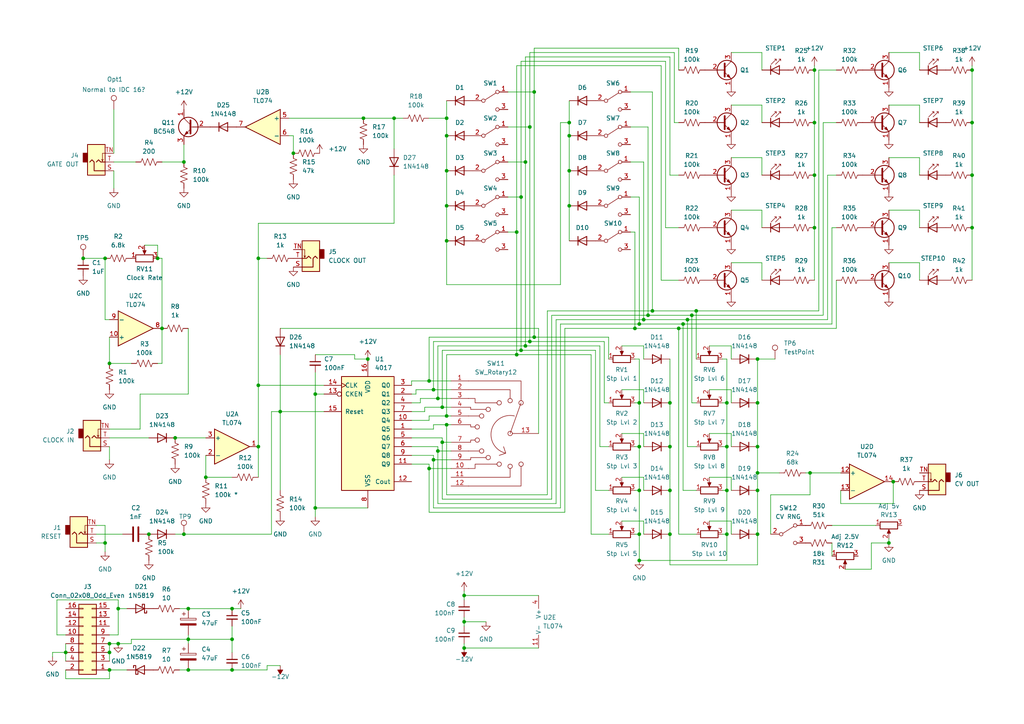
<source format=kicad_sch>
(kicad_sch (version 20211123) (generator eeschema)

  (uuid 0183ccee-e064-4ef2-a2e7-6b862e9a0382)

  (paper "A4")

  (title_block
    (comment 1 "Q1 to Q10: 2N3904")
  )

  

  (junction (at 281.94 50.8) (diameter 0) (color 0 0 0 0)
    (uuid 0211d544-1e17-4197-bfc3-58dc85267c66)
  )
  (junction (at 149.86 67.31) (diameter 0) (color 0 0 0 0)
    (uuid 0465cce1-0c55-4e5e-bfc3-11e867aeab21)
  )
  (junction (at 129.54 49.53) (diameter 0) (color 0 0 0 0)
    (uuid 0545c1d5-8cf3-43fe-a3ad-a3e876cafc05)
  )
  (junction (at 34.29 176.53) (diameter 0) (color 0 0 0 0)
    (uuid 0a591257-640d-4ffa-adc7-e889a7ee0fde)
  )
  (junction (at 129.54 34.29) (diameter 0) (color 0 0 0 0)
    (uuid 0c0b3790-0421-486a-8137-7e20f0a9720a)
  )
  (junction (at 281.94 35.56) (diameter 0) (color 0 0 0 0)
    (uuid 0ced680e-a614-46b6-9c02-57e27c54dbf0)
  )
  (junction (at 74.93 111.76) (diameter 0) (color 0 0 0 0)
    (uuid 16675b50-b193-47c2-a623-5eabd8c5036c)
  )
  (junction (at 281.94 66.04) (diameter 0) (color 0 0 0 0)
    (uuid 17a08b48-4468-48b1-b652-1a9226091f33)
  )
  (junction (at 219.71 142.24) (diameter 0) (color 0 0 0 0)
    (uuid 1f16cde0-4b57-41af-b788-635dc2b5639e)
  )
  (junction (at 236.22 35.56) (diameter 0) (color 0 0 0 0)
    (uuid 227355fa-d7a6-4072-8aa3-0abbe69a4025)
  )
  (junction (at 54.61 176.53) (diameter 0) (color 0 0 0 0)
    (uuid 23560ac4-6a04-4fe2-95b7-7b0574433b4d)
  )
  (junction (at 125.73 133.35) (diameter 0) (color 0 0 0 0)
    (uuid 243970ad-06bf-40e0-ab8f-0b73c576c33e)
  )
  (junction (at 67.31 185.42) (diameter 0) (color 0 0 0 0)
    (uuid 24d1acb6-aa85-4e90-aa50-a0afb178d1d9)
  )
  (junction (at 124.46 110.49) (diameter 0) (color 0 0 0 0)
    (uuid 25f9db9c-35f9-4190-b6ba-df18593dc48d)
  )
  (junction (at 236.22 50.8) (diameter 0) (color 0 0 0 0)
    (uuid 27b12a3d-fc5a-4f67-bd83-56d31d51b180)
  )
  (junction (at 54.61 185.42) (diameter 0) (color 0 0 0 0)
    (uuid 2b005765-75ac-47ee-a7bb-cd240e05a2fa)
  )
  (junction (at 24.13 74.93) (diameter 0) (color 0 0 0 0)
    (uuid 2dce7a4b-1c5a-4813-aba0-39f6d36164f7)
  )
  (junction (at 199.39 92.71) (diameter 0) (color 0 0 0 0)
    (uuid 2e509ea9-b64b-4ea9-b9e3-4f10ec42dc2e)
  )
  (junction (at 127 130.81) (diameter 0) (color 0 0 0 0)
    (uuid 2ef0f0c0-3f06-4fde-932c-329f56d84330)
  )
  (junction (at 67.31 176.53) (diameter 0) (color 0 0 0 0)
    (uuid 328b6499-1f0d-416a-9255-4e1b504fc981)
  )
  (junction (at 53.34 46.99) (diameter 0) (color 0 0 0 0)
    (uuid 348b3e34-04ce-4867-81bc-8c93cc3e8315)
  )
  (junction (at 129.54 39.37) (diameter 0) (color 0 0 0 0)
    (uuid 34b8eedc-b845-4084-b8da-79a4a24a1d53)
  )
  (junction (at 74.93 74.93) (diameter 0) (color 0 0 0 0)
    (uuid 37199617-1e06-41ed-9a83-a6fa08611267)
  )
  (junction (at 85.09 44.45) (diameter 0) (color 0 0 0 0)
    (uuid 39613a84-4eb6-4dee-b06b-ae21ca83129e)
  )
  (junction (at 236.22 66.04) (diameter 0) (color 0 0 0 0)
    (uuid 39e65da6-711b-459b-a9f6-81804f9f4e00)
  )
  (junction (at 128.27 118.11) (diameter 0) (color 0 0 0 0)
    (uuid 3d73a6ed-17e5-4c73-bc9a-09526864cefc)
  )
  (junction (at 50.8 127) (diameter 0) (color 0 0 0 0)
    (uuid 3daab3d6-4668-430b-808e-a69794153e52)
  )
  (junction (at 194.31 142.24) (diameter 0) (color 0 0 0 0)
    (uuid 43486642-a052-4f5a-9f32-2a67b59c5169)
  )
  (junction (at 198.12 93.98) (diameter 0) (color 0 0 0 0)
    (uuid 45b4ed2b-52ba-457f-85be-8cc02165fb7f)
  )
  (junction (at 153.67 36.83) (diameter 0) (color 0 0 0 0)
    (uuid 4dd04eae-1014-4637-a729-d8c9408abe82)
  )
  (junction (at 186.69 92.71) (diameter 0) (color 0 0 0 0)
    (uuid 5426ba63-7d2c-4ee4-b8fd-11181f84f9bb)
  )
  (junction (at 154.94 26.67) (diameter 0) (color 0 0 0 0)
    (uuid 548f195c-7974-44b9-95c1-33a597aec1ff)
  )
  (junction (at 165.1 35.56) (diameter 0) (color 0 0 0 0)
    (uuid 594ccd6a-277f-436b-b45a-308cf613e11d)
  )
  (junction (at 81.28 119.38) (diameter 0) (color 0 0 0 0)
    (uuid 5992bfda-794c-4068-8f6c-b8b8eff8ef87)
  )
  (junction (at 31.75 194.31) (diameter 0) (color 0 0 0 0)
    (uuid 59d80ebf-c408-46df-99f6-8225dd2d451e)
  )
  (junction (at 124.46 135.89) (diameter 0) (color 0 0 0 0)
    (uuid 5e305826-ca3d-4372-9792-f8ca6299da54)
  )
  (junction (at 19.05 189.23) (diameter 0) (color 0 0 0 0)
    (uuid 5e43a13b-7929-4de6-aa7b-c3e0fe9c554a)
  )
  (junction (at 185.42 142.24) (diameter 0) (color 0 0 0 0)
    (uuid 60c1c77e-4032-470f-8a23-f8342dbf262c)
  )
  (junction (at 74.93 129.54) (diameter 0) (color 0 0 0 0)
    (uuid 6121eb66-36ad-41d0-a0af-a0a8c6f542e4)
  )
  (junction (at 34.29 186.69) (diameter 0) (color 0 0 0 0)
    (uuid 63363223-f9a6-41c9-b80e-3a5e16de1dd2)
  )
  (junction (at 127 115.57) (diameter 0) (color 0 0 0 0)
    (uuid 6a65650d-dc31-49f2-a3b8-5d2c23678ff0)
  )
  (junction (at 185.42 116.84) (diameter 0) (color 0 0 0 0)
    (uuid 6a96f4d9-2eff-4ad9-8b68-b10977ad03e2)
  )
  (junction (at 30.48 157.48) (diameter 0) (color 0 0 0 0)
    (uuid 6c5891f7-a9ad-43e1-9816-a6e6f077477e)
  )
  (junction (at 54.61 194.31) (diameter 0) (color 0 0 0 0)
    (uuid 7146ce59-799a-4319-a087-4fa3e22e95df)
  )
  (junction (at 154.94 97.79) (diameter 0) (color 0 0 0 0)
    (uuid 72945729-1443-4cb8-84f1-ee93212df22a)
  )
  (junction (at 59.69 138.43) (diameter 0) (color 0 0 0 0)
    (uuid 738d5e84-0fa9-4738-b1e2-88eedffdd644)
  )
  (junction (at 165.1 39.37) (diameter 0) (color 0 0 0 0)
    (uuid 74f40097-a6e6-4cd1-9ccf-17e90c36eefd)
  )
  (junction (at 129.54 123.19) (diameter 0) (color 0 0 0 0)
    (uuid 75b532e8-75cf-4dc5-8f66-449458494937)
  )
  (junction (at 210.82 116.84) (diameter 0) (color 0 0 0 0)
    (uuid 76579407-00b3-41f5-bf45-e2c42d2c144c)
  )
  (junction (at 194.31 129.54) (diameter 0) (color 0 0 0 0)
    (uuid 7683bb13-bd13-4b8f-b12b-18d4b994597f)
  )
  (junction (at 31.75 189.23) (diameter 0) (color 0 0 0 0)
    (uuid 796cdd9b-9f6f-4fba-a060-e83d39453b75)
  )
  (junction (at 187.96 91.44) (diameter 0) (color 0 0 0 0)
    (uuid 7e971751-0d42-4570-afba-ef0a997a7069)
  )
  (junction (at 153.67 99.06) (diameter 0) (color 0 0 0 0)
    (uuid 7f729421-7eed-4e31-a539-f997ee58b99d)
  )
  (junction (at 236.22 20.32) (diameter 0) (color 0 0 0 0)
    (uuid 82452d3f-d074-4f2c-83fa-229fcd76ec94)
  )
  (junction (at 106.68 104.14) (diameter 0) (color 0 0 0 0)
    (uuid 83479bc7-aa90-4b28-97eb-c06f57bf35df)
  )
  (junction (at 152.4 100.33) (diameter 0) (color 0 0 0 0)
    (uuid 86df2021-402f-4970-898e-8aa4b2f15590)
  )
  (junction (at 165.1 59.69) (diameter 0) (color 0 0 0 0)
    (uuid 874a8d07-e984-440b-b1ae-bdf3b673bdcf)
  )
  (junction (at 234.95 137.16) (diameter 0) (color 0 0 0 0)
    (uuid 885bee7c-df80-4763-b201-d1a4f55d58e0)
  )
  (junction (at 129.54 59.69) (diameter 0) (color 0 0 0 0)
    (uuid 888814b1-d91e-4dc9-9d76-4e5a6aa6b3aa)
  )
  (junction (at 129.54 120.65) (diameter 0) (color 0 0 0 0)
    (uuid 88cc0976-f054-46eb-a7ea-3cb34f2c9164)
  )
  (junction (at 91.44 147.32) (diameter 0) (color 0 0 0 0)
    (uuid 8db38434-381b-460f-a636-cef1f8c4b8bf)
  )
  (junction (at 219.71 154.94) (diameter 0) (color 0 0 0 0)
    (uuid 8ef872ae-231a-46e1-83d2-df835c2295e7)
  )
  (junction (at 257.81 157.48) (diameter 0) (color 0 0 0 0)
    (uuid 912a605f-356f-4a50-bb48-5bda9b060076)
  )
  (junction (at 125.73 113.03) (diameter 0) (color 0 0 0 0)
    (uuid 92d34f5f-b200-45e8-a795-80eb94ab7e2d)
  )
  (junction (at 210.82 129.54) (diameter 0) (color 0 0 0 0)
    (uuid 93ab84c5-510d-4aaf-95b8-adefafcf6278)
  )
  (junction (at 151.13 101.6) (diameter 0) (color 0 0 0 0)
    (uuid 943c81fb-18f7-40c1-8714-86618f2518a7)
  )
  (junction (at 105.41 34.29) (diameter 0) (color 0 0 0 0)
    (uuid 95131708-c900-401c-a293-6581b61c087a)
  )
  (junction (at 43.18 154.94) (diameter 0) (color 0 0 0 0)
    (uuid 96cf0743-7fef-438a-8a7a-8b4af9974211)
  )
  (junction (at 149.86 102.87) (diameter 0) (color 0 0 0 0)
    (uuid 9739852f-ce49-4d41-a13d-fe2e06b579f7)
  )
  (junction (at 31.75 186.69) (diameter 0) (color 0 0 0 0)
    (uuid 99faebab-e1d0-47b6-8d10-147e19486063)
  )
  (junction (at 30.48 74.93) (diameter 0) (color 0 0 0 0)
    (uuid 9e8b19ae-b85c-4ec5-b1ca-1bb1456dc798)
  )
  (junction (at 185.42 162.56) (diameter 0) (color 0 0 0 0)
    (uuid 9edaeedd-6262-4701-84f0-9142488cecab)
  )
  (junction (at 67.31 194.31) (diameter 0) (color 0 0 0 0)
    (uuid a2721ce6-38ac-4407-b0f4-6dbba190869c)
  )
  (junction (at 45.72 74.93) (diameter 0) (color 0 0 0 0)
    (uuid a4a8a44b-886d-421c-b2e7-41eb126ce0eb)
  )
  (junction (at 185.42 154.94) (diameter 0) (color 0 0 0 0)
    (uuid abe011c8-5558-4254-a816-0406d0e7b0b3)
  )
  (junction (at 219.71 137.16) (diameter 0) (color 0 0 0 0)
    (uuid abe5890e-2af4-4553-ab3e-095ec6d5c781)
  )
  (junction (at 128.27 128.27) (diameter 0) (color 0 0 0 0)
    (uuid ac2160fa-73e5-430a-9594-0b50d1a64803)
  )
  (junction (at 53.34 154.94) (diameter 0) (color 0 0 0 0)
    (uuid acb3fc86-c63c-490c-b513-12d064c61dcc)
  )
  (junction (at 134.62 187.96) (diameter 0) (color 0 0 0 0)
    (uuid aff25507-1e65-4474-a43b-91d9baa522f3)
  )
  (junction (at 91.44 114.3) (diameter 0) (color 0 0 0 0)
    (uuid b1309ddc-e386-4d74-adf2-f6660eabad6e)
  )
  (junction (at 219.71 116.84) (diameter 0) (color 0 0 0 0)
    (uuid b35f0117-4ffc-4845-b6b1-4d3147eed72c)
  )
  (junction (at 184.15 95.25) (diameter 0) (color 0 0 0 0)
    (uuid b8576f5f-2772-4b74-b39d-7847b107325d)
  )
  (junction (at 185.42 129.54) (diameter 0) (color 0 0 0 0)
    (uuid bb80d8f2-7154-457f-85b3-bc34b36cfd9a)
  )
  (junction (at 189.23 90.17) (diameter 0) (color 0 0 0 0)
    (uuid bb941622-cfc5-4edb-bafc-62d4e15593f7)
  )
  (junction (at 134.62 180.34) (diameter 0) (color 0 0 0 0)
    (uuid bd5ebfab-6287-40dc-9355-e9ecb5282670)
  )
  (junction (at 201.93 90.17) (diameter 0) (color 0 0 0 0)
    (uuid be6f49a9-b3c1-4412-abbb-a84f39d641fe)
  )
  (junction (at 114.3 34.29) (diameter 0) (color 0 0 0 0)
    (uuid c1f20c97-8c3a-4c1f-b8ae-a285e0df19fd)
  )
  (junction (at 210.82 154.94) (diameter 0) (color 0 0 0 0)
    (uuid c2fc902b-602f-47d9-96cb-eb99ca5a6a39)
  )
  (junction (at 194.31 154.94) (diameter 0) (color 0 0 0 0)
    (uuid c7949983-f3dc-40fa-826a-06f40ff209d1)
  )
  (junction (at 152.4 46.99) (diameter 0) (color 0 0 0 0)
    (uuid c90d8809-a404-4ab4-9eea-7bd1f9750f50)
  )
  (junction (at 165.1 49.53) (diameter 0) (color 0 0 0 0)
    (uuid cb335e6f-70fe-4777-9d79-8ea287b6f1ab)
  )
  (junction (at 281.94 20.32) (diameter 0) (color 0 0 0 0)
    (uuid cc440dd8-088f-4a79-a9df-c4c7b998317a)
  )
  (junction (at 185.42 93.98) (diameter 0) (color 0 0 0 0)
    (uuid d5c55b79-3ce6-46d6-a46b-7cffcbedde96)
  )
  (junction (at 259.08 139.7) (diameter 0) (color 0 0 0 0)
    (uuid d6423517-9ed2-4c3e-ab2a-0a3f27651aed)
  )
  (junction (at 134.62 172.72) (diameter 0) (color 0 0 0 0)
    (uuid de4c6abb-ceb2-4068-902d-71b4c5be9802)
  )
  (junction (at 210.82 142.24) (diameter 0) (color 0 0 0 0)
    (uuid de92055b-94d8-458f-b5f7-26d15e69b738)
  )
  (junction (at 200.66 91.44) (diameter 0) (color 0 0 0 0)
    (uuid e1e0bfb4-2363-4f13-a3a1-bed4c373c460)
  )
  (junction (at 196.85 95.25) (diameter 0) (color 0 0 0 0)
    (uuid e31e5427-5632-4afa-accd-436a19fc6db7)
  )
  (junction (at 46.99 95.25) (diameter 0) (color 0 0 0 0)
    (uuid e6647efc-c800-4a38-8dc9-53bcbaf0134c)
  )
  (junction (at 151.13 57.15) (diameter 0) (color 0 0 0 0)
    (uuid ea03f2e3-a822-4b71-b29d-4a8d404d561c)
  )
  (junction (at 31.75 105.41) (diameter 0) (color 0 0 0 0)
    (uuid f1c88a5e-c404-4e78-9e53-75e54c52322e)
  )
  (junction (at 219.71 129.54) (diameter 0) (color 0 0 0 0)
    (uuid f40ab3cd-d74f-4ed5-9a0f-10ed44cbe68c)
  )
  (junction (at 219.71 104.14) (diameter 0) (color 0 0 0 0)
    (uuid f67fb7de-8cf8-4f44-8467-98d93aadaf48)
  )
  (junction (at 194.31 116.84) (diameter 0) (color 0 0 0 0)
    (uuid f7bd8324-ce99-43ed-9828-097d6b2d30b7)
  )
  (junction (at 129.54 69.85) (diameter 0) (color 0 0 0 0)
    (uuid fe8c19c2-044d-47df-8ae9-943c7eedb79f)
  )

  (wire (pts (xy 266.7 15.24) (xy 266.7 20.32))
    (stroke (width 0) (type default) (color 0 0 0 0))
    (uuid 00c16e64-cf00-4334-acbc-55381a0d48ab)
  )
  (wire (pts (xy 129.54 102.87) (xy 129.54 120.65))
    (stroke (width 0) (type default) (color 0 0 0 0))
    (uuid 040c08b7-8619-4363-b0c0-a3c89b9fe9fa)
  )
  (wire (pts (xy 220.98 60.96) (xy 220.98 66.04))
    (stroke (width 0) (type default) (color 0 0 0 0))
    (uuid 04d5d949-d504-41df-a482-2f952cf84e9a)
  )
  (wire (pts (xy 266.7 76.2) (xy 266.7 81.28))
    (stroke (width 0) (type default) (color 0 0 0 0))
    (uuid 063e9571-37e4-4ce1-82ca-e468fac0a01e)
  )
  (wire (pts (xy 187.96 91.44) (xy 200.66 91.44))
    (stroke (width 0) (type default) (color 0 0 0 0))
    (uuid 06808c9b-5ce6-4545-93f7-a67567da4bdd)
  )
  (wire (pts (xy 212.09 138.43) (xy 205.74 138.43))
    (stroke (width 0) (type default) (color 0 0 0 0))
    (uuid 06f0abdf-8e14-4d93-a747-a90bbceed4e0)
  )
  (wire (pts (xy 31.75 124.46) (xy 40.64 124.46))
    (stroke (width 0) (type default) (color 0 0 0 0))
    (uuid 07ea6678-fbbf-47fc-b043-37e10a4165db)
  )
  (wire (pts (xy 83.82 34.29) (xy 105.41 34.29))
    (stroke (width 0) (type default) (color 0 0 0 0))
    (uuid 09117d6b-3ba7-4e9f-8d71-199bb4d321a3)
  )
  (wire (pts (xy 180.34 100.33) (xy 186.69 100.33))
    (stroke (width 0) (type default) (color 0 0 0 0))
    (uuid 098a8db1-4e79-4cc7-b7d3-c7f052fd7d67)
  )
  (wire (pts (xy 198.12 93.98) (xy 241.3 93.98))
    (stroke (width 0) (type default) (color 0 0 0 0))
    (uuid 0a5ed7fc-5587-4386-a068-e4b9607492f9)
  )
  (wire (pts (xy 163.83 148.59) (xy 163.83 95.25))
    (stroke (width 0) (type default) (color 0 0 0 0))
    (uuid 0b07f73d-2d6d-40ad-8fbc-b56d2762406b)
  )
  (wire (pts (xy 175.26 116.84) (xy 176.53 116.84))
    (stroke (width 0) (type default) (color 0 0 0 0))
    (uuid 0d2cbd8f-e182-485f-b0aa-0bcb88313e0d)
  )
  (wire (pts (xy 149.86 67.31) (xy 149.86 102.87))
    (stroke (width 0) (type default) (color 0 0 0 0))
    (uuid 0f1734ee-cd02-4d41-9fbf-6617974ac5d4)
  )
  (wire (pts (xy 209.55 154.94) (xy 210.82 154.94))
    (stroke (width 0) (type default) (color 0 0 0 0))
    (uuid 0f5f0a99-a8e0-4a22-b15e-cb5611f26383)
  )
  (wire (pts (xy 31.75 194.31) (xy 36.83 194.31))
    (stroke (width 0) (type default) (color 0 0 0 0))
    (uuid 0f8dd740-fdcc-4317-89c4-b9db47e391af)
  )
  (wire (pts (xy 223.52 154.94) (xy 223.52 143.51))
    (stroke (width 0) (type default) (color 0 0 0 0))
    (uuid 106d3330-79e1-485c-b84b-fb3a48f7c730)
  )
  (wire (pts (xy 219.71 137.16) (xy 219.71 142.24))
    (stroke (width 0) (type default) (color 0 0 0 0))
    (uuid 112fb9a1-91f9-4e58-8def-78debf9a7be2)
  )
  (wire (pts (xy 119.38 121.92) (xy 124.46 121.92))
    (stroke (width 0) (type default) (color 0 0 0 0))
    (uuid 13046eb0-59a1-4cbe-9e1c-0df6525dae05)
  )
  (wire (pts (xy 194.31 104.14) (xy 194.31 116.84))
    (stroke (width 0) (type default) (color 0 0 0 0))
    (uuid 1361fa46-9c97-4e5b-9ce3-a8e351407360)
  )
  (wire (pts (xy 185.42 116.84) (xy 185.42 129.54))
    (stroke (width 0) (type default) (color 0 0 0 0))
    (uuid 1440e432-df35-4bee-8b14-a2c1edd8f1a7)
  )
  (wire (pts (xy 196.85 81.28) (xy 191.77 81.28))
    (stroke (width 0) (type default) (color 0 0 0 0))
    (uuid 15ec230e-505a-4acc-82a6-0e51e2ff84c6)
  )
  (wire (pts (xy 124.46 34.29) (xy 129.54 34.29))
    (stroke (width 0) (type default) (color 0 0 0 0))
    (uuid 15fd1e2e-ac21-49cc-919f-07972f8bf5dc)
  )
  (wire (pts (xy 27.94 152.4) (xy 30.48 152.4))
    (stroke (width 0) (type default) (color 0 0 0 0))
    (uuid 1620e74a-1532-4bab-a6a0-7c4403010311)
  )
  (wire (pts (xy 220.98 76.2) (xy 220.98 81.28))
    (stroke (width 0) (type default) (color 0 0 0 0))
    (uuid 17a13294-042c-43c9-8ded-148b1e9d71f7)
  )
  (wire (pts (xy 194.31 154.94) (xy 194.31 163.83))
    (stroke (width 0) (type default) (color 0 0 0 0))
    (uuid 1999dcc9-061f-4922-831c-0758fc87d49f)
  )
  (wire (pts (xy 194.31 129.54) (xy 194.31 142.24))
    (stroke (width 0) (type default) (color 0 0 0 0))
    (uuid 1a800bfd-a0ca-4bb2-9a47-5fcf6236fee7)
  )
  (wire (pts (xy 24.13 74.93) (xy 30.48 74.93))
    (stroke (width 0) (type default) (color 0 0 0 0))
    (uuid 1b61b2be-e523-4af5-b41e-835c62fcc0ec)
  )
  (wire (pts (xy 184.15 142.24) (xy 185.42 142.24))
    (stroke (width 0) (type default) (color 0 0 0 0))
    (uuid 1c5145b4-2577-4032-a680-0c675a556095)
  )
  (wire (pts (xy 171.45 102.87) (xy 171.45 154.94))
    (stroke (width 0) (type default) (color 0 0 0 0))
    (uuid 1cdf5679-3d77-4ae5-90df-15c79204965e)
  )
  (wire (pts (xy 128.27 128.27) (xy 128.27 144.78))
    (stroke (width 0) (type default) (color 0 0 0 0))
    (uuid 1f5fb3d2-62bc-425b-aacc-eff4b3355b08)
  )
  (wire (pts (xy 212.09 113.03) (xy 205.74 113.03))
    (stroke (width 0) (type default) (color 0 0 0 0))
    (uuid 2018ae83-008c-480e-8524-19a305e3dc7a)
  )
  (wire (pts (xy 205.74 100.33) (xy 212.09 100.33))
    (stroke (width 0) (type default) (color 0 0 0 0))
    (uuid 2103bc5c-5a9a-4fb5-8d2b-abab57fcedd8)
  )
  (wire (pts (xy 212.09 60.96) (xy 220.98 60.96))
    (stroke (width 0) (type default) (color 0 0 0 0))
    (uuid 2142e024-aecd-49ce-bac7-fc724e41183e)
  )
  (wire (pts (xy 153.67 36.83) (xy 153.67 99.06))
    (stroke (width 0) (type default) (color 0 0 0 0))
    (uuid 21ae1422-9ebc-437c-98fd-8cdbba2308f9)
  )
  (wire (pts (xy 125.73 124.46) (xy 125.73 123.19))
    (stroke (width 0) (type default) (color 0 0 0 0))
    (uuid 22b29138-8d4c-4cf4-b892-8f82fd36b4be)
  )
  (wire (pts (xy 189.23 26.67) (xy 189.23 90.17))
    (stroke (width 0) (type default) (color 0 0 0 0))
    (uuid 2332c493-abf4-434c-9cd9-6c2a7f84f621)
  )
  (wire (pts (xy 234.95 137.16) (xy 243.84 137.16))
    (stroke (width 0) (type default) (color 0 0 0 0))
    (uuid 234e793e-5dcd-4dcf-a459-9fc855f82151)
  )
  (wire (pts (xy 114.3 34.29) (xy 116.84 34.29))
    (stroke (width 0) (type default) (color 0 0 0 0))
    (uuid 2368f055-684a-4786-8700-0613b773379a)
  )
  (wire (pts (xy 123.19 119.38) (xy 123.19 118.11))
    (stroke (width 0) (type default) (color 0 0 0 0))
    (uuid 2402964b-e1a0-4e4f-88a2-3fcfd0f241e9)
  )
  (wire (pts (xy 129.54 39.37) (xy 129.54 49.53))
    (stroke (width 0) (type default) (color 0 0 0 0))
    (uuid 25d7964b-e992-445e-b449-f1fd33f6520d)
  )
  (wire (pts (xy 130.81 130.81) (xy 127 130.81))
    (stroke (width 0) (type default) (color 0 0 0 0))
    (uuid 25f1a8c9-4ddc-4b07-8058-473337c0d386)
  )
  (wire (pts (xy 121.92 116.84) (xy 121.92 115.57))
    (stroke (width 0) (type default) (color 0 0 0 0))
    (uuid 2617168f-357c-465d-8a7c-f0f085ebe093)
  )
  (wire (pts (xy 152.4 16.51) (xy 152.4 46.99))
    (stroke (width 0) (type default) (color 0 0 0 0))
    (uuid 2669e2c1-d335-421d-acc7-c7d0e94f8927)
  )
  (wire (pts (xy 193.04 17.78) (xy 151.13 17.78))
    (stroke (width 0) (type default) (color 0 0 0 0))
    (uuid 268ae26d-f9f5-41e2-87bd-9c52ffca2778)
  )
  (wire (pts (xy 186.69 46.99) (xy 186.69 92.71))
    (stroke (width 0) (type default) (color 0 0 0 0))
    (uuid 268eebfc-73cd-48c7-8953-59b12b088368)
  )
  (wire (pts (xy 172.72 101.6) (xy 172.72 142.24))
    (stroke (width 0) (type default) (color 0 0 0 0))
    (uuid 26adc095-0dbe-49ad-bfc5-d5a3d0284ac5)
  )
  (wire (pts (xy 241.3 152.4) (xy 254 152.4))
    (stroke (width 0) (type default) (color 0 0 0 0))
    (uuid 26f6eb3f-897c-49ad-bd37-23370e7adbac)
  )
  (wire (pts (xy 34.29 173.99) (xy 34.29 176.53))
    (stroke (width 0) (type default) (color 0 0 0 0))
    (uuid 274e1a15-558c-455d-8481-5dcf1d901791)
  )
  (wire (pts (xy 31.75 186.69) (xy 34.29 186.69))
    (stroke (width 0) (type default) (color 0 0 0 0))
    (uuid 28a6d574-2dfb-4694-960a-8299a295dd90)
  )
  (wire (pts (xy 212.09 15.24) (xy 220.98 15.24))
    (stroke (width 0) (type default) (color 0 0 0 0))
    (uuid 28ff35d7-0b0a-41d5-8ae1-1afd59c15233)
  )
  (wire (pts (xy 134.62 187.96) (xy 156.21 187.96))
    (stroke (width 0) (type default) (color 0 0 0 0))
    (uuid 29f063d7-5514-418f-9065-2f126a991b6a)
  )
  (wire (pts (xy 124.46 134.62) (xy 124.46 135.89))
    (stroke (width 0) (type default) (color 0 0 0 0))
    (uuid 2a49ec9d-2e95-484e-a388-0cd3d1738668)
  )
  (wire (pts (xy 45.72 71.12) (xy 45.72 74.93))
    (stroke (width 0) (type default) (color 0 0 0 0))
    (uuid 2be54c53-aa61-4cde-a0b4-4f0812b4c7b8)
  )
  (wire (pts (xy 266.7 30.48) (xy 266.7 35.56))
    (stroke (width 0) (type default) (color 0 0 0 0))
    (uuid 2c4d4887-1b89-421a-9a17-303e4b6b6e04)
  )
  (wire (pts (xy 180.34 151.13) (xy 186.69 151.13))
    (stroke (width 0) (type default) (color 0 0 0 0))
    (uuid 2c4f2eee-d157-48cc-a535-33eab9259d53)
  )
  (wire (pts (xy 124.46 135.89) (xy 124.46 148.59))
    (stroke (width 0) (type default) (color 0 0 0 0))
    (uuid 2cf0a9b6-feb9-4df6-b6bc-12a2eeff6cbf)
  )
  (wire (pts (xy 219.71 142.24) (xy 219.71 154.94))
    (stroke (width 0) (type default) (color 0 0 0 0))
    (uuid 2de11bca-c98c-4cfb-88f1-7f9c6ba044db)
  )
  (wire (pts (xy 257.81 60.96) (xy 266.7 60.96))
    (stroke (width 0) (type default) (color 0 0 0 0))
    (uuid 2de13f4b-5e00-4f98-9c6d-73d97ede169a)
  )
  (wire (pts (xy 163.83 95.25) (xy 184.15 95.25))
    (stroke (width 0) (type default) (color 0 0 0 0))
    (uuid 2e64a10f-7be9-4734-ae88-875592d947d4)
  )
  (wire (pts (xy 128.27 101.6) (xy 151.13 101.6))
    (stroke (width 0) (type default) (color 0 0 0 0))
    (uuid 2eb43f0c-296b-4ca8-9545-f068d06b7003)
  )
  (wire (pts (xy 16.51 173.99) (xy 34.29 173.99))
    (stroke (width 0) (type default) (color 0 0 0 0))
    (uuid 2f8d7545-fa11-4358-b041-1919a39a1c35)
  )
  (wire (pts (xy 125.73 113.03) (xy 130.81 113.03))
    (stroke (width 0) (type default) (color 0 0 0 0))
    (uuid 30a3960d-d60b-4226-82f3-24bedc3a5cdc)
  )
  (wire (pts (xy 33.02 31.75) (xy 33.02 44.45))
    (stroke (width 0) (type default) (color 0 0 0 0))
    (uuid 3239b486-4c3a-4d0d-9fe1-b79467e904e8)
  )
  (wire (pts (xy 50.8 127) (xy 59.69 127))
    (stroke (width 0) (type default) (color 0 0 0 0))
    (uuid 32d6076f-41bf-4c92-b2ef-ba362090bf95)
  )
  (wire (pts (xy 129.54 29.21) (xy 129.54 34.29))
    (stroke (width 0) (type default) (color 0 0 0 0))
    (uuid 33eb3768-60ce-4c6b-b7d2-d14726d0b3a4)
  )
  (wire (pts (xy 31.75 92.71) (xy 30.48 92.71))
    (stroke (width 0) (type default) (color 0 0 0 0))
    (uuid 346a2329-0139-448c-adbc-5c52f0e0b300)
  )
  (wire (pts (xy 257.81 156.21) (xy 257.81 157.48))
    (stroke (width 0) (type default) (color 0 0 0 0))
    (uuid 34786f5b-90e8-42ff-a423-ab08e39c1f79)
  )
  (wire (pts (xy 52.07 176.53) (xy 54.61 176.53))
    (stroke (width 0) (type default) (color 0 0 0 0))
    (uuid 3493aaa3-a485-4eb4-8482-70eb607ff9f2)
  )
  (wire (pts (xy 219.71 104.14) (xy 219.71 116.84))
    (stroke (width 0) (type default) (color 0 0 0 0))
    (uuid 34987e7d-1211-4776-bf45-b8d8a02b0058)
  )
  (wire (pts (xy 238.76 35.56) (xy 242.57 35.56))
    (stroke (width 0) (type default) (color 0 0 0 0))
    (uuid 3540ec8d-5eb3-4afc-936e-37011f7ace91)
  )
  (wire (pts (xy 119.38 124.46) (xy 125.73 124.46))
    (stroke (width 0) (type default) (color 0 0 0 0))
    (uuid 35780220-eafc-4d41-b61b-81d82b175070)
  )
  (wire (pts (xy 173.99 100.33) (xy 173.99 129.54))
    (stroke (width 0) (type default) (color 0 0 0 0))
    (uuid 3692ac6e-af22-4564-936d-af8fe0da8f6a)
  )
  (wire (pts (xy 67.31 185.42) (xy 67.31 189.23))
    (stroke (width 0) (type default) (color 0 0 0 0))
    (uuid 36b60918-131f-4685-b6c3-c67275af1c29)
  )
  (wire (pts (xy 53.34 154.94) (xy 78.74 154.94))
    (stroke (width 0) (type default) (color 0 0 0 0))
    (uuid 373d3a34-f28f-492f-9664-85fc29426925)
  )
  (wire (pts (xy 129.54 69.85) (xy 129.54 82.55))
    (stroke (width 0) (type default) (color 0 0 0 0))
    (uuid 37b2b507-632c-4bdf-a7b7-eb8f6a7db69b)
  )
  (wire (pts (xy 185.42 154.94) (xy 184.15 154.94))
    (stroke (width 0) (type default) (color 0 0 0 0))
    (uuid 37ba68b3-a9a5-4022-8315-9f3a13dbe4c8)
  )
  (wire (pts (xy 149.86 19.05) (xy 149.86 67.31))
    (stroke (width 0) (type default) (color 0 0 0 0))
    (uuid 3827a44f-0207-4017-904e-4ea8d42ac09d)
  )
  (wire (pts (xy 31.75 127) (xy 43.18 127))
    (stroke (width 0) (type default) (color 0 0 0 0))
    (uuid 392206e3-28c3-48d2-a2db-1cea6a739dc6)
  )
  (wire (pts (xy 45.72 74.93) (xy 46.99 74.93))
    (stroke (width 0) (type default) (color 0 0 0 0))
    (uuid 39e205cf-a87b-405a-84ed-a2693b2045ab)
  )
  (wire (pts (xy 219.71 137.16) (xy 226.06 137.16))
    (stroke (width 0) (type default) (color 0 0 0 0))
    (uuid 3a4ba8df-6f5a-494a-9e99-729d89e97c70)
  )
  (wire (pts (xy 34.29 176.53) (xy 34.29 184.15))
    (stroke (width 0) (type default) (color 0 0 0 0))
    (uuid 3a841f4a-12a3-455a-8f61-14878e0ec4b2)
  )
  (wire (pts (xy 220.98 45.72) (xy 220.98 50.8))
    (stroke (width 0) (type default) (color 0 0 0 0))
    (uuid 3aa2979d-9cbd-4563-91b0-5014ec806b14)
  )
  (wire (pts (xy 119.38 119.38) (xy 123.19 119.38))
    (stroke (width 0) (type default) (color 0 0 0 0))
    (uuid 3b0b5ce1-a5ca-4213-87cc-53d867781a86)
  )
  (wire (pts (xy 182.88 67.31) (xy 184.15 67.31))
    (stroke (width 0) (type default) (color 0 0 0 0))
    (uuid 3b9de29c-306c-4ecc-b6b0-a788d4749c36)
  )
  (wire (pts (xy 74.93 129.54) (xy 74.93 111.76))
    (stroke (width 0) (type default) (color 0 0 0 0))
    (uuid 3ba0656e-045a-4767-9a26-eb84c5a9d952)
  )
  (wire (pts (xy 242.57 50.8) (xy 240.03 50.8))
    (stroke (width 0) (type default) (color 0 0 0 0))
    (uuid 3d64a7f4-4198-40b9-b2a4-11d17061f755)
  )
  (wire (pts (xy 59.69 132.08) (xy 59.69 138.43))
    (stroke (width 0) (type default) (color 0 0 0 0))
    (uuid 3e4827ad-eb8c-4ceb-b8ba-3ce0c2a0074d)
  )
  (wire (pts (xy 124.46 110.49) (xy 130.81 110.49))
    (stroke (width 0) (type default) (color 0 0 0 0))
    (uuid 3f4631b9-44bb-48e0-bc9a-f18c0cf5b829)
  )
  (wire (pts (xy 191.77 81.28) (xy 191.77 19.05))
    (stroke (width 0) (type default) (color 0 0 0 0))
    (uuid 4044bfc9-09e9-4200-916c-7bb30e521f63)
  )
  (wire (pts (xy 196.85 95.25) (xy 242.57 95.25))
    (stroke (width 0) (type default) (color 0 0 0 0))
    (uuid 40963da9-31e9-4454-a2a3-cd8b916d157a)
  )
  (wire (pts (xy 93.98 114.3) (xy 91.44 114.3))
    (stroke (width 0) (type default) (color 0 0 0 0))
    (uuid 40981465-d150-4c37-8461-01b26a6b21e5)
  )
  (wire (pts (xy 196.85 66.04) (xy 193.04 66.04))
    (stroke (width 0) (type default) (color 0 0 0 0))
    (uuid 412c6ed0-e4c6-48ea-8b3d-69a1a7c7eaf4)
  )
  (wire (pts (xy 212.09 125.73) (xy 212.09 129.54))
    (stroke (width 0) (type default) (color 0 0 0 0))
    (uuid 413e63bf-4764-4edc-b09b-f88504efc4eb)
  )
  (wire (pts (xy 125.73 123.19) (xy 129.54 123.19))
    (stroke (width 0) (type default) (color 0 0 0 0))
    (uuid 430a99eb-64c2-4da7-b514-d8e8e212168b)
  )
  (wire (pts (xy 185.42 162.56) (xy 210.82 162.56))
    (stroke (width 0) (type default) (color 0 0 0 0))
    (uuid 430e2a79-226f-4055-9fcb-6206d6c42e22)
  )
  (wire (pts (xy 219.71 104.14) (xy 224.79 104.14))
    (stroke (width 0) (type default) (color 0 0 0 0))
    (uuid 43c69164-aad2-4393-82e2-5febdf756a6c)
  )
  (wire (pts (xy 162.56 93.98) (xy 185.42 93.98))
    (stroke (width 0) (type default) (color 0 0 0 0))
    (uuid 4408faaa-f20d-459f-a499-a45221e0dc16)
  )
  (wire (pts (xy 67.31 181.61) (xy 67.31 185.42))
    (stroke (width 0) (type default) (color 0 0 0 0))
    (uuid 44342498-eedd-4c58-81d0-41b0f8b6d43b)
  )
  (wire (pts (xy 241.3 93.98) (xy 241.3 66.04))
    (stroke (width 0) (type default) (color 0 0 0 0))
    (uuid 45343125-769b-4cd5-a878-fe049bccbd2b)
  )
  (wire (pts (xy 156.21 172.72) (xy 134.62 172.72))
    (stroke (width 0) (type default) (color 0 0 0 0))
    (uuid 46f35bdb-94ba-4ebc-b509-d026c5bd6084)
  )
  (wire (pts (xy 161.29 92.71) (xy 186.69 92.71))
    (stroke (width 0) (type default) (color 0 0 0 0))
    (uuid 47067c1e-70db-4a94-b83f-e17caccbbb7a)
  )
  (wire (pts (xy 129.54 123.19) (xy 129.54 143.51))
    (stroke (width 0) (type default) (color 0 0 0 0))
    (uuid 47f6c29c-45d9-4432-8725-fefa94223901)
  )
  (wire (pts (xy 156.21 125.73) (xy 156.21 95.25))
    (stroke (width 0) (type default) (color 0 0 0 0))
    (uuid 480b3ba3-8568-471a-9b2c-c0c9636b8422)
  )
  (wire (pts (xy 236.22 20.32) (xy 236.22 35.56))
    (stroke (width 0) (type default) (color 0 0 0 0))
    (uuid 486b0521-e103-431b-a334-a21860a0b007)
  )
  (wire (pts (xy 184.15 95.25) (xy 196.85 95.25))
    (stroke (width 0) (type default) (color 0 0 0 0))
    (uuid 4a780850-67d2-4f3d-9494-3a61509e1004)
  )
  (wire (pts (xy 53.34 41.91) (xy 53.34 46.99))
    (stroke (width 0) (type default) (color 0 0 0 0))
    (uuid 4aa54a5e-12c8-4989-96a3-bc80af389261)
  )
  (wire (pts (xy 134.62 172.72) (xy 134.62 173.99))
    (stroke (width 0) (type default) (color 0 0 0 0))
    (uuid 4b10eaa4-1c5e-4289-96f5-133ff1ccfbea)
  )
  (wire (pts (xy 233.68 137.16) (xy 234.95 137.16))
    (stroke (width 0) (type default) (color 0 0 0 0))
    (uuid 4b306af8-d7fb-4dc5-9479-2af405f744cd)
  )
  (wire (pts (xy 209.55 116.84) (xy 210.82 116.84))
    (stroke (width 0) (type default) (color 0 0 0 0))
    (uuid 4d4a1d61-072f-43f9-9035-157f7524f56a)
  )
  (wire (pts (xy 171.45 154.94) (xy 176.53 154.94))
    (stroke (width 0) (type default) (color 0 0 0 0))
    (uuid 4dd44334-a207-4e5c-ab36-94361a2e0c6c)
  )
  (wire (pts (xy 34.29 176.53) (xy 36.83 176.53))
    (stroke (width 0) (type default) (color 0 0 0 0))
    (uuid 4e75c645-d002-4841-b473-8383194bc810)
  )
  (wire (pts (xy 184.15 67.31) (xy 184.15 95.25))
    (stroke (width 0) (type default) (color 0 0 0 0))
    (uuid 5053c081-4f49-476b-90a5-a9ea039143fd)
  )
  (wire (pts (xy 106.68 147.32) (xy 91.44 147.32))
    (stroke (width 0) (type default) (color 0 0 0 0))
    (uuid 50620f1c-0583-4624-8615-f1299b7e3bde)
  )
  (wire (pts (xy 182.88 26.67) (xy 189.23 26.67))
    (stroke (width 0) (type default) (color 0 0 0 0))
    (uuid 520dee8a-dfb6-4034-9f3a-50f79c308bbc)
  )
  (wire (pts (xy 195.58 15.24) (xy 153.67 15.24))
    (stroke (width 0) (type default) (color 0 0 0 0))
    (uuid 5331eb0b-4251-44f6-a4d3-8d4f1574af57)
  )
  (wire (pts (xy 124.46 97.79) (xy 154.94 97.79))
    (stroke (width 0) (type default) (color 0 0 0 0))
    (uuid 5396bb42-62d0-4e40-a5c9-49addd19f259)
  )
  (wire (pts (xy 185.42 104.14) (xy 185.42 116.84))
    (stroke (width 0) (type default) (color 0 0 0 0))
    (uuid 53eb8257-0727-4d61-855a-887a35a68362)
  )
  (wire (pts (xy 201.93 116.84) (xy 200.66 116.84))
    (stroke (width 0) (type default) (color 0 0 0 0))
    (uuid 5476534f-073d-471d-832e-718c1e9ef94b)
  )
  (wire (pts (xy 219.71 154.94) (xy 219.71 163.83))
    (stroke (width 0) (type default) (color 0 0 0 0))
    (uuid 54c68f37-55cf-44b8-8cc6-6ea2c5deafd2)
  )
  (wire (pts (xy 119.38 110.49) (xy 124.46 110.49))
    (stroke (width 0) (type default) (color 0 0 0 0))
    (uuid 54d17e86-300d-4ffe-9a61-0a7325e8a8a0)
  )
  (wire (pts (xy 19.05 194.31) (xy 19.05 196.85))
    (stroke (width 0) (type default) (color 0 0 0 0))
    (uuid 55e42784-f252-4b1b-bfff-91ae29ddb431)
  )
  (wire (pts (xy 162.56 147.32) (xy 162.56 93.98))
    (stroke (width 0) (type default) (color 0 0 0 0))
    (uuid 57fbea3c-4fa3-4ddf-95bb-a65ff7d49450)
  )
  (wire (pts (xy 128.27 101.6) (xy 128.27 118.11))
    (stroke (width 0) (type default) (color 0 0 0 0))
    (uuid 5811348b-e491-4bb6-9703-02cacbefb1fe)
  )
  (wire (pts (xy 91.44 107.95) (xy 91.44 114.3))
    (stroke (width 0) (type default) (color 0 0 0 0))
    (uuid 5859c4f9-b2be-4f5f-8fbb-69e199d4e095)
  )
  (wire (pts (xy 147.32 26.67) (xy 154.94 26.67))
    (stroke (width 0) (type default) (color 0 0 0 0))
    (uuid 5860cc45-e3b8-473f-a614-106b7a4cf3a3)
  )
  (wire (pts (xy 127 115.57) (xy 130.81 115.57))
    (stroke (width 0) (type default) (color 0 0 0 0))
    (uuid 589525c1-435d-47e5-9b1f-0302cbbcca7e)
  )
  (wire (pts (xy 195.58 35.56) (xy 195.58 15.24))
    (stroke (width 0) (type default) (color 0 0 0 0))
    (uuid 596efc1a-d8ef-4086-8ce8-e68609822e23)
  )
  (wire (pts (xy 15.24 189.23) (xy 15.24 190.5))
    (stroke (width 0) (type default) (color 0 0 0 0))
    (uuid 597ad670-0739-49d5-bb81-c5ee6fad2f3c)
  )
  (wire (pts (xy 129.54 120.65) (xy 130.81 120.65))
    (stroke (width 0) (type default) (color 0 0 0 0))
    (uuid 5a35d2e2-c751-4bf4-9084-d701ca5d420c)
  )
  (wire (pts (xy 245.11 165.1) (xy 252.73 165.1))
    (stroke (width 0) (type default) (color 0 0 0 0))
    (uuid 5a466bf8-8403-47a9-bb38-80d991757161)
  )
  (wire (pts (xy 165.1 29.21) (xy 165.1 35.56))
    (stroke (width 0) (type default) (color 0 0 0 0))
    (uuid 5c52b488-7953-4c99-9bba-9a5913763677)
  )
  (wire (pts (xy 199.39 92.71) (xy 240.03 92.71))
    (stroke (width 0) (type default) (color 0 0 0 0))
    (uuid 5c5f78f3-393e-4d25-b937-a04b234b0ce7)
  )
  (wire (pts (xy 201.93 104.14) (xy 201.93 90.17))
    (stroke (width 0) (type default) (color 0 0 0 0))
    (uuid 5caf3eb9-4849-49a6-8b4a-3bc32795daf8)
  )
  (wire (pts (xy 201.93 129.54) (xy 199.39 129.54))
    (stroke (width 0) (type default) (color 0 0 0 0))
    (uuid 600e0fe3-2ba4-4b41-92a9-65cd6252749d)
  )
  (wire (pts (xy 54.61 185.42) (xy 54.61 186.69))
    (stroke (width 0) (type default) (color 0 0 0 0))
    (uuid 6127fd5b-464c-467e-82d3-ed00bce50d87)
  )
  (wire (pts (xy 160.02 91.44) (xy 187.96 91.44))
    (stroke (width 0) (type default) (color 0 0 0 0))
    (uuid 61911d05-6cb9-407d-9828-d802958fbb0c)
  )
  (wire (pts (xy 196.85 13.97) (xy 154.94 13.97))
    (stroke (width 0) (type default) (color 0 0 0 0))
    (uuid 61b4629b-fc66-448d-85b3-0f771f52b46d)
  )
  (wire (pts (xy 129.54 102.87) (xy 149.86 102.87))
    (stroke (width 0) (type default) (color 0 0 0 0))
    (uuid 626e1966-3001-46a4-9d2a-585e5ef9bb85)
  )
  (wire (pts (xy 53.34 46.99) (xy 46.99 46.99))
    (stroke (width 0) (type default) (color 0 0 0 0))
    (uuid 6300d023-3aad-4f1f-b7e1-276a6ba5ff8b)
  )
  (wire (pts (xy 129.54 123.19) (xy 130.81 123.19))
    (stroke (width 0) (type default) (color 0 0 0 0))
    (uuid 631b6451-2a44-4666-875f-7471bf5a8a27)
  )
  (wire (pts (xy 19.05 184.15) (xy 16.51 184.15))
    (stroke (width 0) (type default) (color 0 0 0 0))
    (uuid 637aea41-1896-493e-9599-fc316ee0dace)
  )
  (wire (pts (xy 128.27 127) (xy 128.27 128.27))
    (stroke (width 0) (type default) (color 0 0 0 0))
    (uuid 6428d2ed-91e5-4634-82f2-84e0af313fb3)
  )
  (wire (pts (xy 182.88 57.15) (xy 185.42 57.15))
    (stroke (width 0) (type default) (color 0 0 0 0))
    (uuid 648b5b60-166f-4e51-a8d3-7cfe2fe73ad0)
  )
  (wire (pts (xy 19.05 189.23) (xy 15.24 189.23))
    (stroke (width 0) (type default) (color 0 0 0 0))
    (uuid 64be9f68-5d7d-414d-a995-e6784f02fed1)
  )
  (wire (pts (xy 234.95 137.16) (xy 234.95 143.51))
    (stroke (width 0) (type default) (color 0 0 0 0))
    (uuid 64f8a5ab-dcdb-44f3-90cf-bf6342a982e3)
  )
  (wire (pts (xy 186.69 113.03) (xy 180.34 113.03))
    (stroke (width 0) (type default) (color 0 0 0 0))
    (uuid 652e89c5-72a7-479b-9697-ecff371ddb23)
  )
  (wire (pts (xy 158.75 90.17) (xy 189.23 90.17))
    (stroke (width 0) (type default) (color 0 0 0 0))
    (uuid 6532addf-8b48-433b-9501-bb493fcc6138)
  )
  (wire (pts (xy 134.62 171.45) (xy 134.62 172.72))
    (stroke (width 0) (type default) (color 0 0 0 0))
    (uuid 653ccc41-6331-42e9-8c62-b7b9eaacb506)
  )
  (wire (pts (xy 19.05 186.69) (xy 19.05 189.23))
    (stroke (width 0) (type default) (color 0 0 0 0))
    (uuid 6628a1c2-a78a-4b71-bba2-4e78e6e8b3f1)
  )
  (wire (pts (xy 77.47 193.04) (xy 77.47 194.31))
    (stroke (width 0) (type default) (color 0 0 0 0))
    (uuid 6722cd08-3a4c-44ac-9790-6e083f3d65fc)
  )
  (wire (pts (xy 160.02 144.78) (xy 160.02 91.44))
    (stroke (width 0) (type default) (color 0 0 0 0))
    (uuid 6751d0fd-ad6d-41b6-ab4f-423075aa3b12)
  )
  (wire (pts (xy 257.81 45.72) (xy 266.7 45.72))
    (stroke (width 0) (type default) (color 0 0 0 0))
    (uuid 67f83f89-1f7c-47e1-95e1-a609c0d2f92b)
  )
  (wire (pts (xy 236.22 66.04) (xy 236.22 81.28))
    (stroke (width 0) (type default) (color 0 0 0 0))
    (uuid 69634c9e-1066-43e2-9294-f044f7b8b49c)
  )
  (wire (pts (xy 165.1 39.37) (xy 165.1 49.53))
    (stroke (width 0) (type default) (color 0 0 0 0))
    (uuid 69cb461c-e5c9-4a46-9e89-012b87016da6)
  )
  (wire (pts (xy 74.93 64.77) (xy 74.93 74.93))
    (stroke (width 0) (type default) (color 0 0 0 0))
    (uuid 6a120dac-78bc-48b6-8cb7-621de2b72c4a)
  )
  (wire (pts (xy 200.66 91.44) (xy 238.76 91.44))
    (stroke (width 0) (type default) (color 0 0 0 0))
    (uuid 6a68080e-c4c0-45e4-99b1-68b59442d5e7)
  )
  (wire (pts (xy 212.09 116.84) (xy 212.09 113.03))
    (stroke (width 0) (type default) (color 0 0 0 0))
    (uuid 6b5dfb36-70eb-48e4-a6ef-ad12b3ecb00b)
  )
  (wire (pts (xy 124.46 97.79) (xy 124.46 110.49))
    (stroke (width 0) (type default) (color 0 0 0 0))
    (uuid 6c03fb18-1c03-453c-a691-673c5e8375c3)
  )
  (wire (pts (xy 182.88 46.99) (xy 186.69 46.99))
    (stroke (width 0) (type default) (color 0 0 0 0))
    (uuid 6c98bae8-d2f3-4bd4-81d0-2775824fea09)
  )
  (wire (pts (xy 236.22 35.56) (xy 236.22 50.8))
    (stroke (width 0) (type default) (color 0 0 0 0))
    (uuid 6ca0c9b7-15cf-4a38-8421-0cd0f677d45e)
  )
  (wire (pts (xy 242.57 20.32) (xy 237.49 20.32))
    (stroke (width 0) (type default) (color 0 0 0 0))
    (uuid 6e831aa6-27d6-4c7d-a9a9-abe17317fbf6)
  )
  (wire (pts (xy 165.1 59.69) (xy 165.1 69.85))
    (stroke (width 0) (type default) (color 0 0 0 0))
    (uuid 718951db-b37c-441a-abfd-e49894963786)
  )
  (wire (pts (xy 210.82 104.14) (xy 210.82 116.84))
    (stroke (width 0) (type default) (color 0 0 0 0))
    (uuid 71b902f4-d6bb-43f2-b790-bb79747002da)
  )
  (wire (pts (xy 31.75 105.41) (xy 38.1 105.41))
    (stroke (width 0) (type default) (color 0 0 0 0))
    (uuid 72cb7027-ac90-49a6-b209-0a6600d9ef70)
  )
  (wire (pts (xy 243.84 146.05) (xy 259.08 146.05))
    (stroke (width 0) (type default) (color 0 0 0 0))
    (uuid 73886e8a-12d7-448e-af53-cddbdfbb16af)
  )
  (wire (pts (xy 127 130.81) (xy 127 129.54))
    (stroke (width 0) (type default) (color 0 0 0 0))
    (uuid 73dbd52b-376e-4326-8317-acc25a858b88)
  )
  (wire (pts (xy 38.1 185.42) (xy 54.61 185.42))
    (stroke (width 0) (type default) (color 0 0 0 0))
    (uuid 74d30e74-7c45-4596-840a-82072164409c)
  )
  (wire (pts (xy 125.73 99.06) (xy 125.73 113.03))
    (stroke (width 0) (type default) (color 0 0 0 0))
    (uuid 75c3f313-36d0-4aa2-aa00-da556bbb21d0)
  )
  (wire (pts (xy 125.73 99.06) (xy 153.67 99.06))
    (stroke (width 0) (type default) (color 0 0 0 0))
    (uuid 7620a9c7-c51a-41ce-9731-a5e43b302b07)
  )
  (wire (pts (xy 52.07 194.31) (xy 54.61 194.31))
    (stroke (width 0) (type default) (color 0 0 0 0))
    (uuid 76db6efe-ff8d-474b-9ed6-daba30a99f4f)
  )
  (wire (pts (xy 186.69 116.84) (xy 186.69 113.03))
    (stroke (width 0) (type default) (color 0 0 0 0))
    (uuid 78095690-3d9b-4195-a4e1-aec9e91a9f17)
  )
  (wire (pts (xy 119.38 111.76) (xy 119.38 110.49))
    (stroke (width 0) (type default) (color 0 0 0 0))
    (uuid 7bf06076-9362-418a-a33e-e450dbf8035e)
  )
  (wire (pts (xy 281.94 66.04) (xy 281.94 81.28))
    (stroke (width 0) (type default) (color 0 0 0 0))
    (uuid 7c6d2547-9ab1-4927-bf13-d38acbb8f742)
  )
  (wire (pts (xy 134.62 186.69) (xy 134.62 187.96))
    (stroke (width 0) (type default) (color 0 0 0 0))
    (uuid 7ccc42cf-71de-4a2e-8dac-b7b3aa321cf9)
  )
  (wire (pts (xy 67.31 176.53) (xy 69.85 176.53))
    (stroke (width 0) (type default) (color 0 0 0 0))
    (uuid 7d4e76f1-1b69-47a8-bba2-922698f0d362)
  )
  (wire (pts (xy 205.74 125.73) (xy 212.09 125.73))
    (stroke (width 0) (type default) (color 0 0 0 0))
    (uuid 7db84bf7-4ad8-43be-ba78-38f6b135ff91)
  )
  (wire (pts (xy 238.76 91.44) (xy 238.76 35.56))
    (stroke (width 0) (type default) (color 0 0 0 0))
    (uuid 7e2d5d8d-862e-4ac4-bcc3-d75056c9da90)
  )
  (wire (pts (xy 16.51 184.15) (xy 16.51 173.99))
    (stroke (width 0) (type default) (color 0 0 0 0))
    (uuid 7fc58633-3df8-4fc7-a577-177628cb8ada)
  )
  (wire (pts (xy 242.57 81.28) (xy 242.57 95.25))
    (stroke (width 0) (type default) (color 0 0 0 0))
    (uuid 7ff7ba69-3276-4830-a1e9-657ce3913fd8)
  )
  (wire (pts (xy 120.65 114.3) (xy 120.65 113.03))
    (stroke (width 0) (type default) (color 0 0 0 0))
    (uuid 807302c0-dacf-435c-8b80-62c2c3bd5d85)
  )
  (wire (pts (xy 212.09 30.48) (xy 220.98 30.48))
    (stroke (width 0) (type default) (color 0 0 0 0))
    (uuid 81b567de-498a-4885-a5d8-be16245bc1e8)
  )
  (wire (pts (xy 196.85 20.32) (xy 196.85 13.97))
    (stroke (width 0) (type default) (color 0 0 0 0))
    (uuid 839c6145-4e2d-4492-ba67-ad8280a4a783)
  )
  (wire (pts (xy 105.41 34.29) (xy 114.3 34.29))
    (stroke (width 0) (type default) (color 0 0 0 0))
    (uuid 83bb4edb-fd95-45dd-86d7-f01057c8d7a6)
  )
  (wire (pts (xy 127 146.05) (xy 161.29 146.05))
    (stroke (width 0) (type default) (color 0 0 0 0))
    (uuid 83bc888e-5f32-4fd8-be68-0b26cc29f494)
  )
  (wire (pts (xy 67.31 194.31) (xy 77.47 194.31))
    (stroke (width 0) (type default) (color 0 0 0 0))
    (uuid 85d45e82-3b5c-4f1d-a4a6-e238d5c42177)
  )
  (wire (pts (xy 119.38 134.62) (xy 124.46 134.62))
    (stroke (width 0) (type default) (color 0 0 0 0))
    (uuid 874226f7-7f34-4131-9df5-828f3582926b)
  )
  (wire (pts (xy 83.82 39.37) (xy 85.09 39.37))
    (stroke (width 0) (type default) (color 0 0 0 0))
    (uuid 8814008d-d487-468f-812d-1bbeb29b0ce7)
  )
  (wire (pts (xy 91.44 114.3) (xy 91.44 147.32))
    (stroke (width 0) (type default) (color 0 0 0 0))
    (uuid 888794ac-6b63-4d57-9471-832790ae4c33)
  )
  (wire (pts (xy 114.3 43.18) (xy 114.3 34.29))
    (stroke (width 0) (type default) (color 0 0 0 0))
    (uuid 8970000a-b166-425d-890c-143e4c758c0b)
  )
  (wire (pts (xy 252.73 157.48) (xy 257.81 157.48))
    (stroke (width 0) (type default) (color 0 0 0 0))
    (uuid 89952935-90d3-4277-a1cc-bc87bf1395c6)
  )
  (wire (pts (xy 102.87 102.87) (xy 102.87 104.14))
    (stroke (width 0) (type default) (color 0 0 0 0))
    (uuid 89fddb61-6c2d-4995-bbce-b6e85d61c182)
  )
  (wire (pts (xy 127 100.33) (xy 127 115.57))
    (stroke (width 0) (type default) (color 0 0 0 0))
    (uuid 8a2d9612-ead7-4932-83c5-00d149def14d)
  )
  (wire (pts (xy 152.4 100.33) (xy 173.99 100.33))
    (stroke (width 0) (type default) (color 0 0 0 0))
    (uuid 8bc30704-b00d-4a47-b4c3-6574df26f02e)
  )
  (wire (pts (xy 81.28 102.87) (xy 81.28 119.38))
    (stroke (width 0) (type default) (color 0 0 0 0))
    (uuid 8c2c38f9-8d95-4a13-bd9e-3febab611457)
  )
  (wire (pts (xy 54.61 176.53) (xy 67.31 176.53))
    (stroke (width 0) (type default) (color 0 0 0 0))
    (uuid 8c5846cc-500f-4611-9a55-443e6e659d92)
  )
  (wire (pts (xy 74.93 111.76) (xy 93.98 111.76))
    (stroke (width 0) (type default) (color 0 0 0 0))
    (uuid 8d135273-799f-462d-9285-dd53e05d6dda)
  )
  (wire (pts (xy 125.73 133.35) (xy 130.81 133.35))
    (stroke (width 0) (type default) (color 0 0 0 0))
    (uuid 8dc9ca74-6313-46a5-911e-e3b2abb69a95)
  )
  (wire (pts (xy 281.94 35.56) (xy 281.94 50.8))
    (stroke (width 0) (type default) (color 0 0 0 0))
    (uuid 8e77c14a-782c-439f-9947-f8d19302f4d1)
  )
  (wire (pts (xy 81.28 119.38) (xy 81.28 142.24))
    (stroke (width 0) (type default) (color 0 0 0 0))
    (uuid 8e94b31c-1670-471a-a393-952f9d45cc18)
  )
  (wire (pts (xy 119.38 114.3) (xy 120.65 114.3))
    (stroke (width 0) (type default) (color 0 0 0 0))
    (uuid 8e97eb8e-e777-4164-9ce0-14466ba130ff)
  )
  (wire (pts (xy 31.75 196.85) (xy 31.75 194.31))
    (stroke (width 0) (type default) (color 0 0 0 0))
    (uuid 8f2dec76-b081-4793-95bc-2aa6561fb219)
  )
  (wire (pts (xy 134.62 180.34) (xy 134.62 181.61))
    (stroke (width 0) (type default) (color 0 0 0 0))
    (uuid 8f4c62e1-b36b-4b00-bee1-4098e15d8782)
  )
  (wire (pts (xy 147.32 67.31) (xy 149.86 67.31))
    (stroke (width 0) (type default) (color 0 0 0 0))
    (uuid 902cda57-cedf-4cfc-8efa-6aad0708c896)
  )
  (wire (pts (xy 162.56 35.56) (xy 162.56 82.55))
    (stroke (width 0) (type default) (color 0 0 0 0))
    (uuid 9042ed77-6b3c-4541-8fb7-d4993bd95d25)
  )
  (wire (pts (xy 50.8 154.94) (xy 53.34 154.94))
    (stroke (width 0) (type default) (color 0 0 0 0))
    (uuid 924523a0-45d9-4be9-b496-fe13e271179a)
  )
  (wire (pts (xy 158.75 90.17) (xy 158.75 143.51))
    (stroke (width 0) (type default) (color 0 0 0 0))
    (uuid 92cf178c-95ae-4c4b-9e7f-8429db0f82d5)
  )
  (wire (pts (xy 281.94 50.8) (xy 281.94 66.04))
    (stroke (width 0) (type default) (color 0 0 0 0))
    (uuid 94cc19e9-8894-44e6-a724-16181aaac5cf)
  )
  (wire (pts (xy 162.56 35.56) (xy 165.1 35.56))
    (stroke (width 0) (type default) (color 0 0 0 0))
    (uuid 955a6d27-d99b-407f-9540-53b8256f99c5)
  )
  (wire (pts (xy 185.42 57.15) (xy 185.42 93.98))
    (stroke (width 0) (type default) (color 0 0 0 0))
    (uuid 96421acd-1156-4bb7-b502-da20c52cb8d2)
  )
  (wire (pts (xy 123.19 118.11) (xy 128.27 118.11))
    (stroke (width 0) (type default) (color 0 0 0 0))
    (uuid 96d1feb7-8980-400d-bcbe-6a00092723c4)
  )
  (wire (pts (xy 78.74 119.38) (xy 78.74 154.94))
    (stroke (width 0) (type default) (color 0 0 0 0))
    (uuid 98d7e64b-f6a4-4de7-a761-96dd1ecdacf3)
  )
  (wire (pts (xy 173.99 129.54) (xy 176.53 129.54))
    (stroke (width 0) (type default) (color 0 0 0 0))
    (uuid 994ad4ec-f776-463d-a749-fec98fff1e7a)
  )
  (wire (pts (xy 74.93 74.93) (xy 77.47 74.93))
    (stroke (width 0) (type default) (color 0 0 0 0))
    (uuid 998195f0-1b31-4251-9c2a-254aa00a76d5)
  )
  (wire (pts (xy 19.05 196.85) (xy 31.75 196.85))
    (stroke (width 0) (type default) (color 0 0 0 0))
    (uuid 9a4688e3-1bd0-4436-b93f-c3268d55e79f)
  )
  (wire (pts (xy 147.32 36.83) (xy 153.67 36.83))
    (stroke (width 0) (type default) (color 0 0 0 0))
    (uuid 9a809b29-223d-4604-b80a-14ff2d556a08)
  )
  (wire (pts (xy 194.31 142.24) (xy 194.31 154.94))
    (stroke (width 0) (type default) (color 0 0 0 0))
    (uuid 9ad83ee5-90a0-4075-b9a0-2e3f94c35af6)
  )
  (wire (pts (xy 34.29 186.69) (xy 38.1 186.69))
    (stroke (width 0) (type default) (color 0 0 0 0))
    (uuid 9c43ef13-0e09-4c97-bf36-d57fd0bc845e)
  )
  (wire (pts (xy 236.22 19.05) (xy 236.22 20.32))
    (stroke (width 0) (type default) (color 0 0 0 0))
    (uuid 9de4a10b-5f10-465c-a933-47f1da04a166)
  )
  (wire (pts (xy 40.64 114.3) (xy 40.64 124.46))
    (stroke (width 0) (type default) (color 0 0 0 0))
    (uuid 9e0f303f-047c-4124-9e6d-186ea0d67b13)
  )
  (wire (pts (xy 212.09 100.33) (xy 212.09 104.14))
    (stroke (width 0) (type default) (color 0 0 0 0))
    (uuid 9eab9e41-db64-4b4f-afec-ec57dcac7150)
  )
  (wire (pts (xy 33.02 46.99) (xy 39.37 46.99))
    (stroke (width 0) (type default) (color 0 0 0 0))
    (uuid 9f6884c2-30f8-4a4c-bb98-113fc3596fc1)
  )
  (wire (pts (xy 124.46 135.89) (xy 130.81 135.89))
    (stroke (width 0) (type default) (color 0 0 0 0))
    (uuid a119dd37-8d97-4cc0-ba65-5babffb10eac)
  )
  (wire (pts (xy 266.7 45.72) (xy 266.7 50.8))
    (stroke (width 0) (type default) (color 0 0 0 0))
    (uuid a15deeb6-85ec-45a6-b466-25ab4c96fcd5)
  )
  (wire (pts (xy 196.85 35.56) (xy 195.58 35.56))
    (stroke (width 0) (type default) (color 0 0 0 0))
    (uuid a1b9ef69-dab2-4759-b22c-773b0fdb4bdc)
  )
  (wire (pts (xy 45.72 105.41) (xy 46.99 105.41))
    (stroke (width 0) (type default) (color 0 0 0 0))
    (uuid a3ad3984-f973-4b48-bab2-cf55f056701d)
  )
  (wire (pts (xy 223.52 143.51) (xy 234.95 143.51))
    (stroke (width 0) (type default) (color 0 0 0 0))
    (uuid a481ee7a-47e2-4723-ae10-f4c6e5a87315)
  )
  (wire (pts (xy 172.72 142.24) (xy 176.53 142.24))
    (stroke (width 0) (type default) (color 0 0 0 0))
    (uuid a48c403f-0346-4009-944a-16b6113a7561)
  )
  (wire (pts (xy 252.73 165.1) (xy 252.73 157.48))
    (stroke (width 0) (type default) (color 0 0 0 0))
    (uuid a57f2af0-ff02-47b1-9973-551af462922d)
  )
  (wire (pts (xy 187.96 36.83) (xy 187.96 91.44))
    (stroke (width 0) (type default) (color 0 0 0 0))
    (uuid a5984257-f927-469d-8e15-95b0df7ed5e7)
  )
  (wire (pts (xy 186.69 125.73) (xy 186.69 129.54))
    (stroke (width 0) (type default) (color 0 0 0 0))
    (uuid a5d1e629-15e9-4d35-9b5a-ebc765fb2f5d)
  )
  (wire (pts (xy 257.81 76.2) (xy 266.7 76.2))
    (stroke (width 0) (type default) (color 0 0 0 0))
    (uuid a841e0e6-bad3-4ce5-90ce-c80036e681db)
  )
  (wire (pts (xy 165.1 35.56) (xy 165.1 39.37))
    (stroke (width 0) (type default) (color 0 0 0 0))
    (uuid a93f15c8-5dc6-417b-92ff-5b87be1dc23f)
  )
  (wire (pts (xy 201.93 90.17) (xy 237.49 90.17))
    (stroke (width 0) (type default) (color 0 0 0 0))
    (uuid a97bbf23-6793-4efc-a1f4-49a2dcd9632e)
  )
  (wire (pts (xy 184.15 129.54) (xy 185.42 129.54))
    (stroke (width 0) (type default) (color 0 0 0 0))
    (uuid aba32fe9-a414-4e6d-9e2b-8ab5ef1fa09a)
  )
  (wire (pts (xy 210.82 129.54) (xy 210.82 142.24))
    (stroke (width 0) (type default) (color 0 0 0 0))
    (uuid abaa1103-4bec-476e-8f78-42a05aa27912)
  )
  (wire (pts (xy 185.42 142.24) (xy 185.42 154.94))
    (stroke (width 0) (type default) (color 0 0 0 0))
    (uuid ac042603-6275-478e-9e2f-241fa012c38b)
  )
  (wire (pts (xy 31.75 184.15) (xy 34.29 184.15))
    (stroke (width 0) (type default) (color 0 0 0 0))
    (uuid ac32cdeb-5960-4b35-b2c0-46ffaac992ba)
  )
  (wire (pts (xy 85.09 39.37) (xy 85.09 44.45))
    (stroke (width 0) (type default) (color 0 0 0 0))
    (uuid ac4798f0-706a-4618-bc17-772a72a2e884)
  )
  (wire (pts (xy 128.27 144.78) (xy 160.02 144.78))
    (stroke (width 0) (type default) (color 0 0 0 0))
    (uuid acbfe1c4-04a1-4937-9d9a-4b6257073c99)
  )
  (wire (pts (xy 41.91 71.12) (xy 45.72 71.12))
    (stroke (width 0) (type default) (color 0 0 0 0))
    (uuid ad0419e6-fe4e-4cec-9c4a-779ed2a05fb6)
  )
  (wire (pts (xy 78.74 119.38) (xy 81.28 119.38))
    (stroke (width 0) (type default) (color 0 0 0 0))
    (uuid ad296f1e-ba75-4e5c-81ec-1589b00d3560)
  )
  (wire (pts (xy 81.28 95.25) (xy 156.21 95.25))
    (stroke (width 0) (type default) (color 0 0 0 0))
    (uuid ad8668af-5c6f-4a1f-85a8-b3a1dca422cd)
  )
  (wire (pts (xy 184.15 104.14) (xy 185.42 104.14))
    (stroke (width 0) (type default) (color 0 0 0 0))
    (uuid aeef710c-fed2-47e2-bc2f-056da1529ede)
  )
  (wire (pts (xy 46.99 95.25) (xy 46.99 105.41))
    (stroke (width 0) (type default) (color 0 0 0 0))
    (uuid af568e4b-ac01-4b41-8806-a826ebe77f1b)
  )
  (wire (pts (xy 124.46 120.65) (xy 129.54 120.65))
    (stroke (width 0) (type default) (color 0 0 0 0))
    (uuid af6ca88a-372d-4b59-8810-b6f434ab04eb)
  )
  (wire (pts (xy 140.97 180.34) (xy 134.62 180.34))
    (stroke (width 0) (type default) (color 0 0 0 0))
    (uuid afd2be47-6d24-4fd0-ba35-5ddffbc36483)
  )
  (wire (pts (xy 134.62 179.07) (xy 134.62 180.34))
    (stroke (width 0) (type default) (color 0 0 0 0))
    (uuid b006516d-ccf9-4fdc-9d83-c9164add8613)
  )
  (wire (pts (xy 186.69 142.24) (xy 186.69 138.43))
    (stroke (width 0) (type default) (color 0 0 0 0))
    (uuid b008ca80-31ee-4762-b0ee-b0483630dbc1)
  )
  (wire (pts (xy 153.67 99.06) (xy 175.26 99.06))
    (stroke (width 0) (type default) (color 0 0 0 0))
    (uuid b1b580a2-4b41-49f3-be83-30a2d9bc7651)
  )
  (wire (pts (xy 186.69 138.43) (xy 180.34 138.43))
    (stroke (width 0) (type default) (color 0 0 0 0))
    (uuid b1f70d8b-1bd7-4681-ad8f-3e189bdb70f8)
  )
  (wire (pts (xy 31.75 97.79) (xy 31.75 105.41))
    (stroke (width 0) (type default) (color 0 0 0 0))
    (uuid b23fa9f7-a4c9-41d1-99c6-7bc154de9739)
  )
  (wire (pts (xy 184.15 116.84) (xy 185.42 116.84))
    (stroke (width 0) (type default) (color 0 0 0 0))
    (uuid b48d9757-909b-4f15-8175-7d7bc53bcbcf)
  )
  (wire (pts (xy 129.54 49.53) (xy 129.54 59.69))
    (stroke (width 0) (type default) (color 0 0 0 0))
    (uuid b495a98e-a387-4ef8-be1e-5e3049c30626)
  )
  (wire (pts (xy 180.34 125.73) (xy 186.69 125.73))
    (stroke (width 0) (type default) (color 0 0 0 0))
    (uuid b5384625-d687-46a2-945a-26043e8818a7)
  )
  (wire (pts (xy 158.75 143.51) (xy 129.54 143.51))
    (stroke (width 0) (type default) (color 0 0 0 0))
    (uuid b5edb9f8-1ad3-4db3-8d93-7b96b5f53ddd)
  )
  (wire (pts (xy 220.98 30.48) (xy 220.98 35.56))
    (stroke (width 0) (type default) (color 0 0 0 0))
    (uuid b64931b8-73d1-4bc8-ab3b-a943a73038d1)
  )
  (wire (pts (xy 210.82 154.94) (xy 210.82 162.56))
    (stroke (width 0) (type default) (color 0 0 0 0))
    (uuid b729d540-77c2-4889-8fd3-54f0425fd7ad)
  )
  (wire (pts (xy 74.93 129.54) (xy 74.93 138.43))
    (stroke (width 0) (type default) (color 0 0 0 0))
    (uuid b7315c39-8e36-407c-b09a-9da62c0f3039)
  )
  (wire (pts (xy 121.92 115.57) (xy 127 115.57))
    (stroke (width 0) (type default) (color 0 0 0 0))
    (uuid b985e22f-1ec2-408e-a530-1d54e109ca67)
  )
  (wire (pts (xy 147.32 57.15) (xy 151.13 57.15))
    (stroke (width 0) (type default) (color 0 0 0 0))
    (uuid b9fbde46-0206-4071-81b8-8684798b6184)
  )
  (wire (pts (xy 194.31 50.8) (xy 194.31 16.51))
    (stroke (width 0) (type default) (color 0 0 0 0))
    (uuid bba69687-6ad3-4e8f-8200-ba7c5fc53d4b)
  )
  (wire (pts (xy 220.98 15.24) (xy 220.98 20.32))
    (stroke (width 0) (type default) (color 0 0 0 0))
    (uuid bcb9e4ed-23e2-4dfc-bd83-274cf0faa804)
  )
  (wire (pts (xy 191.77 19.05) (xy 149.86 19.05))
    (stroke (width 0) (type default) (color 0 0 0 0))
    (uuid c0a36846-0892-44ee-bcd0-4c5489b4945d)
  )
  (wire (pts (xy 30.48 157.48) (xy 30.48 160.02))
    (stroke (width 0) (type default) (color 0 0 0 0))
    (uuid c0ff952c-1b95-44e5-8e1d-b8d4a0ed3cfd)
  )
  (wire (pts (xy 119.38 132.08) (xy 125.73 132.08))
    (stroke (width 0) (type default) (color 0 0 0 0))
    (uuid c156411e-2446-4dd2-96cd-4381b50bbcb7)
  )
  (wire (pts (xy 161.29 146.05) (xy 161.29 92.71))
    (stroke (width 0) (type default) (color 0 0 0 0))
    (uuid c18381ae-0117-43f9-ac4e-3ecd65ddfeb2)
  )
  (wire (pts (xy 201.93 142.24) (xy 198.12 142.24))
    (stroke (width 0) (type default) (color 0 0 0 0))
    (uuid c1defefe-4682-4d7c-984c-37554767bfde)
  )
  (wire (pts (xy 219.71 116.84) (xy 219.71 129.54))
    (stroke (width 0) (type default) (color 0 0 0 0))
    (uuid c223ab44-0ece-4a4b-9f92-9d2086a8b2ed)
  )
  (wire (pts (xy 38.1 186.69) (xy 38.1 185.42))
    (stroke (width 0) (type default) (color 0 0 0 0))
    (uuid c2f9bbfe-12f3-40ef-9f1c-65a9e4743760)
  )
  (wire (pts (xy 243.84 142.24) (xy 243.84 146.05))
    (stroke (width 0) (type default) (color 0 0 0 0))
    (uuid c3b0c7d3-4958-4388-bf97-6332ceec173a)
  )
  (wire (pts (xy 119.38 116.84) (xy 121.92 116.84))
    (stroke (width 0) (type default) (color 0 0 0 0))
    (uuid c498d4c6-103c-485b-9b02-353d9f6ef509)
  )
  (wire (pts (xy 236.22 50.8) (xy 236.22 66.04))
    (stroke (width 0) (type default) (color 0 0 0 0))
    (uuid c594f779-4f49-42ec-b623-0510971da586)
  )
  (wire (pts (xy 114.3 64.77) (xy 74.93 64.77))
    (stroke (width 0) (type default) (color 0 0 0 0))
    (uuid c689e1d9-452f-4789-a171-2afa5f351baa)
  )
  (wire (pts (xy 257.81 15.24) (xy 266.7 15.24))
    (stroke (width 0) (type default) (color 0 0 0 0))
    (uuid c695f2b1-1b25-4399-8ead-abdad6382a70)
  )
  (wire (pts (xy 186.69 151.13) (xy 186.69 154.94))
    (stroke (width 0) (type default) (color 0 0 0 0))
    (uuid c6cfb219-8272-4ff0-91b5-5d303122a86c)
  )
  (wire (pts (xy 129.54 34.29) (xy 129.54 39.37))
    (stroke (width 0) (type default) (color 0 0 0 0))
    (uuid c85d7856-695a-47f0-8ae9-566b31a97621)
  )
  (wire (pts (xy 54.61 194.31) (xy 67.31 194.31))
    (stroke (width 0) (type default) (color 0 0 0 0))
    (uuid c98c1c99-b542-4e4c-843a-5fe3ddba9e27)
  )
  (wire (pts (xy 81.28 119.38) (xy 93.98 119.38))
    (stroke (width 0) (type default) (color 0 0 0 0))
    (uuid cb0eb444-1d3c-4a84-8a02-740577a2dbb6)
  )
  (wire (pts (xy 189.23 90.17) (xy 201.93 90.17))
    (stroke (width 0) (type default) (color 0 0 0 0))
    (uuid cbac2ae4-66cc-4090-94ac-f2aa4d84c07c)
  )
  (wire (pts (xy 154.94 97.79) (xy 176.53 97.79))
    (stroke (width 0) (type default) (color 0 0 0 0))
    (uuid cbb2b604-d3f2-4135-9724-a7723b3ad429)
  )
  (wire (pts (xy 54.61 184.15) (xy 54.61 185.42))
    (stroke (width 0) (type default) (color 0 0 0 0))
    (uuid cbb8aec9-3c54-45e4-ba76-33b31af25eff)
  )
  (wire (pts (xy 54.61 95.25) (xy 54.61 114.3))
    (stroke (width 0) (type default) (color 0 0 0 0))
    (uuid cbf8b02f-1740-4bee-9aae-357c0584b741)
  )
  (wire (pts (xy 209.55 104.14) (xy 210.82 104.14))
    (stroke (width 0) (type default) (color 0 0 0 0))
    (uuid cc3f313e-9e6b-4f25-a728-357971c541be)
  )
  (wire (pts (xy 124.46 148.59) (xy 163.83 148.59))
    (stroke (width 0) (type default) (color 0 0 0 0))
    (uuid cddd2295-c405-4ddd-bb9d-2440c5542478)
  )
  (wire (pts (xy 128.27 128.27) (xy 130.81 128.27))
    (stroke (width 0) (type default) (color 0 0 0 0))
    (uuid cf7d5ddf-6efd-4f5f-9a8f-fd044602ef19)
  )
  (wire (pts (xy 210.82 142.24) (xy 210.82 154.94))
    (stroke (width 0) (type default) (color 0 0 0 0))
    (uuid cfaab3f7-166c-4b82-a4e0-44376de92ed0)
  )
  (wire (pts (xy 241.3 66.04) (xy 242.57 66.04))
    (stroke (width 0) (type default) (color 0 0 0 0))
    (uuid d061fc0c-f4f5-4967-a3c7-4535c3a0527b)
  )
  (wire (pts (xy 31.75 129.54) (xy 31.75 133.35))
    (stroke (width 0) (type default) (color 0 0 0 0))
    (uuid d089cf6d-dea8-45af-8c82-469016e1ab6b)
  )
  (wire (pts (xy 27.94 157.48) (xy 30.48 157.48))
    (stroke (width 0) (type default) (color 0 0 0 0))
    (uuid d0f808fc-796a-439b-8d72-4f6317d82913)
  )
  (wire (pts (xy 219.71 129.54) (xy 219.71 137.16))
    (stroke (width 0) (type default) (color 0 0 0 0))
    (uuid d2335c61-22cb-41e9-83e3-4ea68833663a)
  )
  (wire (pts (xy 185.42 93.98) (xy 198.12 93.98))
    (stroke (width 0) (type default) (color 0 0 0 0))
    (uuid d2b43ba5-63f0-4bb5-be2c-376b01d849e1)
  )
  (wire (pts (xy 154.94 13.97) (xy 154.94 26.67))
    (stroke (width 0) (type default) (color 0 0 0 0))
    (uuid d3b48ebf-64ef-4d68-b287-5b6eb94bcf58)
  )
  (wire (pts (xy 198.12 142.24) (xy 198.12 93.98))
    (stroke (width 0) (type default) (color 0 0 0 0))
    (uuid d42e642e-e2e1-4aad-8fbe-69d8848f8222)
  )
  (wire (pts (xy 124.46 121.92) (xy 124.46 120.65))
    (stroke (width 0) (type default) (color 0 0 0 0))
    (uuid d527d2dd-83ac-47eb-a8c0-ba0d66c21935)
  )
  (wire (pts (xy 257.81 30.48) (xy 266.7 30.48))
    (stroke (width 0) (type default) (color 0 0 0 0))
    (uuid d5e83cf4-4e70-4ac6-8af1-aa4b056ad657)
  )
  (wire (pts (xy 209.55 129.54) (xy 210.82 129.54))
    (stroke (width 0) (type default) (color 0 0 0 0))
    (uuid d6dde1f3-4a3e-419e-a9f8-54a9e8fa053c)
  )
  (wire (pts (xy 147.32 46.99) (xy 152.4 46.99))
    (stroke (width 0) (type default) (color 0 0 0 0))
    (uuid d747975c-8b32-41fd-9766-6695ed6d6b6b)
  )
  (wire (pts (xy 281.94 19.05) (xy 281.94 20.32))
    (stroke (width 0) (type default) (color 0 0 0 0))
    (uuid d7f3d524-f4ea-4b3e-be10-f127e6f0fab8)
  )
  (wire (pts (xy 125.73 133.35) (xy 125.73 147.32))
    (stroke (width 0) (type default) (color 0 0 0 0))
    (uuid d7f94acc-da8b-45ed-a622-4cc77e30619a)
  )
  (wire (pts (xy 240.03 50.8) (xy 240.03 92.71))
    (stroke (width 0) (type default) (color 0 0 0 0))
    (uuid d9dc3ce8-1992-40c4-83fd-99ec18b9de40)
  )
  (wire (pts (xy 91.44 147.32) (xy 91.44 149.86))
    (stroke (width 0) (type default) (color 0 0 0 0))
    (uuid da4cc814-f41a-418f-83cb-ce5f0f6fa396)
  )
  (wire (pts (xy 212.09 45.72) (xy 220.98 45.72))
    (stroke (width 0) (type default) (color 0 0 0 0))
    (uuid da5f3b6b-98c0-4990-9ab5-399f472a2007)
  )
  (wire (pts (xy 119.38 129.54) (xy 127 129.54))
    (stroke (width 0) (type default) (color 0 0 0 0))
    (uuid db99e688-9e90-4ce2-b968-5d6355e5dab7)
  )
  (wire (pts (xy 54.61 185.42) (xy 67.31 185.42))
    (stroke (width 0) (type default) (color 0 0 0 0))
    (uuid dbccec3a-d725-455a-95a8-acdae4713f62)
  )
  (wire (pts (xy 27.94 154.94) (xy 35.56 154.94))
    (stroke (width 0) (type default) (color 0 0 0 0))
    (uuid dca25ba2-ff09-4e11-af34-b91265392f4d)
  )
  (wire (pts (xy 212.09 151.13) (xy 212.09 154.94))
    (stroke (width 0) (type default) (color 0 0 0 0))
    (uuid dcc89604-fb3d-4fc4-b5c5-c755049d88e1)
  )
  (wire (pts (xy 201.93 154.94) (xy 196.85 154.94))
    (stroke (width 0) (type default) (color 0 0 0 0))
    (uuid dd6d10f3-cda0-42f5-b74a-833f1b830aaf)
  )
  (wire (pts (xy 31.75 189.23) (xy 31.75 191.77))
    (stroke (width 0) (type default) (color 0 0 0 0))
    (uuid de5b23d9-5b2e-48a1-8376-273b2dce0c78)
  )
  (wire (pts (xy 59.69 138.43) (xy 67.31 138.43))
    (stroke (width 0) (type default) (color 0 0 0 0))
    (uuid df22fb29-51f4-45e3-bcf0-6bc0f18a323c)
  )
  (wire (pts (xy 31.75 186.69) (xy 31.75 189.23))
    (stroke (width 0) (type default) (color 0 0 0 0))
    (uuid df6178f9-3ac9-4f5b-89e1-4e6d5cd5fa6f)
  )
  (wire (pts (xy 210.82 116.84) (xy 210.82 129.54))
    (stroke (width 0) (type default) (color 0 0 0 0))
    (uuid e0a9e439-c944-4fc5-af77-340c4ae00e04)
  )
  (wire (pts (xy 114.3 50.8) (xy 114.3 64.77))
    (stroke (width 0) (type default) (color 0 0 0 0))
    (uuid e0e2c6d5-13b9-4b9c-a016-85a4ead307a2)
  )
  (wire (pts (xy 205.74 151.13) (xy 212.09 151.13))
    (stroke (width 0) (type default) (color 0 0 0 0))
    (uuid e1049a6a-07e6-46e4-88c7-2c2a8434c835)
  )
  (wire (pts (xy 154.94 26.67) (xy 154.94 97.79))
    (stroke (width 0) (type default) (color 0 0 0 0))
    (uuid e1520882-14bd-44c5-84f3-f2942ad9dcec)
  )
  (wire (pts (xy 281.94 20.32) (xy 281.94 35.56))
    (stroke (width 0) (type default) (color 0 0 0 0))
    (uuid e474145d-90e8-4b1e-b8b6-ad82454440bc)
  )
  (wire (pts (xy 129.54 59.69) (xy 129.54 69.85))
    (stroke (width 0) (type default) (color 0 0 0 0))
    (uuid e529acf9-7ae5-433c-877d-5b2db5040ef2)
  )
  (wire (pts (xy 125.73 147.32) (xy 162.56 147.32))
    (stroke (width 0) (type default) (color 0 0 0 0))
    (uuid e6287e44-25a1-48b4-b3bd-d6a5647f21be)
  )
  (wire (pts (xy 194.31 116.84) (xy 194.31 129.54))
    (stroke (width 0) (type default) (color 0 0 0 0))
    (uuid e74a1241-6538-40da-8138-1d2c38e47662)
  )
  (wire (pts (xy 33.02 49.53) (xy 33.02 54.61))
    (stroke (width 0) (type default) (color 0 0 0 0))
    (uuid e8400152-d34b-45a7-8991-c296a4b440d4)
  )
  (wire (pts (xy 102.87 104.14) (xy 106.68 104.14))
    (stroke (width 0) (type default) (color 0 0 0 0))
    (uuid e8916ac2-2d92-4def-84bd-aa3b0edfefe0)
  )
  (wire (pts (xy 182.88 36.83) (xy 187.96 36.83))
    (stroke (width 0) (type default) (color 0 0 0 0))
    (uuid e8a58b6d-e41c-49b2-a4c4-99519f741c25)
  )
  (wire (pts (xy 149.86 102.87) (xy 171.45 102.87))
    (stroke (width 0) (type default) (color 0 0 0 0))
    (uuid e95250ef-2e89-4702-8a95-718cbaa83805)
  )
  (wire (pts (xy 199.39 129.54) (xy 199.39 92.71))
    (stroke (width 0) (type default) (color 0 0 0 0))
    (uuid e9df941e-fb53-444f-a0d8-59df56d76752)
  )
  (wire (pts (xy 266.7 60.96) (xy 266.7 66.04))
    (stroke (width 0) (type default) (color 0 0 0 0))
    (uuid ea0b6007-e3d3-45f6-bb27-5e6e9c72bc05)
  )
  (wire (pts (xy 125.73 132.08) (xy 125.73 133.35))
    (stroke (width 0) (type default) (color 0 0 0 0))
    (uuid ea1e81dc-a549-41f2-b25e-cbada38b2e17)
  )
  (wire (pts (xy 212.09 142.24) (xy 212.09 138.43))
    (stroke (width 0) (type default) (color 0 0 0 0))
    (uuid ec6d5726-0e3a-4f8e-b3ca-3e1db8871407)
  )
  (wire (pts (xy 212.09 76.2) (xy 220.98 76.2))
    (stroke (width 0) (type default) (color 0 0 0 0))
    (uuid ec788ecf-01b2-4ba1-ab57-c6cf7bf7a8b0)
  )
  (wire (pts (xy 237.49 20.32) (xy 237.49 90.17))
    (stroke (width 0) (type default) (color 0 0 0 0))
    (uuid ecc35d0a-aeff-404d-a625-f9588150174c)
  )
  (wire (pts (xy 176.53 97.79) (xy 176.53 104.14))
    (stroke (width 0) (type default) (color 0 0 0 0))
    (uuid ee6c504c-8093-4f69-a1e2-49eafa2ebb8c)
  )
  (wire (pts (xy 162.56 82.55) (xy 129.54 82.55))
    (stroke (width 0) (type default) (color 0 0 0 0))
    (uuid ef21ac0b-0b0d-45b7-acfd-f0e372f811b3)
  )
  (wire (pts (xy 30.48 152.4) (xy 30.48 157.48))
    (stroke (width 0) (type default) (color 0 0 0 0))
    (uuid ef8e1f0c-5bec-42c9-a227-cd7cda176759)
  )
  (wire (pts (xy 77.47 193.04) (xy 81.28 193.04))
    (stroke (width 0) (type default) (color 0 0 0 0))
    (uuid efee9de0-c3b5-4866-bb76-2149e30491da)
  )
  (wire (pts (xy 127 100.33) (xy 152.4 100.33))
    (stroke (width 0) (type default) (color 0 0 0 0))
    (uuid f064a731-3110-4226-a524-32ab57d832aa)
  )
  (wire (pts (xy 196.85 50.8) (xy 194.31 50.8))
    (stroke (width 0) (type default) (color 0 0 0 0))
    (uuid f0ff9bb4-ceaa-4252-9519-399cdbe6f9de)
  )
  (wire (pts (xy 151.13 57.15) (xy 151.13 101.6))
    (stroke (width 0) (type default) (color 0 0 0 0))
    (uuid f1984a8b-b50a-4d8a-b8d4-7baae4df1cab)
  )
  (wire (pts (xy 186.69 92.71) (xy 199.39 92.71))
    (stroke (width 0) (type default) (color 0 0 0 0))
    (uuid f245a6cb-5fe5-4ce0-9c2d-cf0c71f009f3)
  )
  (wire (pts (xy 127 130.81) (xy 127 146.05))
    (stroke (width 0) (type default) (color 0 0 0 0))
    (uuid f2e01d81-8533-436e-8979-cffa7d1450a6)
  )
  (wire (pts (xy 193.04 66.04) (xy 193.04 17.78))
    (stroke (width 0) (type default) (color 0 0 0 0))
    (uuid f2ec8b43-3495-4e6c-a99f-ed99e3e75d97)
  )
  (wire (pts (xy 119.38 127) (xy 128.27 127))
    (stroke (width 0) (type default) (color 0 0 0 0))
    (uuid f386aebf-3b16-4249-becc-d15e356cf650)
  )
  (wire (pts (xy 30.48 74.93) (xy 30.48 92.71))
    (stroke (width 0) (type default) (color 0 0 0 0))
    (uuid f3ccfe44-9f20-47c5-a1d0-64946ce20a54)
  )
  (wire (pts (xy 19.05 189.23) (xy 19.05 191.77))
    (stroke (width 0) (type default) (color 0 0 0 0))
    (uuid f3e9a783-bdd6-4c01-98c1-646df11ed68e)
  )
  (wire (pts (xy 91.44 102.87) (xy 102.87 102.87))
    (stroke (width 0) (type default) (color 0 0 0 0))
    (uuid f4fbedaf-e252-413a-9002-fa8d5c208973)
  )
  (wire (pts (xy 152.4 46.99) (xy 152.4 100.33))
    (stroke (width 0) (type default) (color 0 0 0 0))
    (uuid f519a4ec-378c-4f2b-8dbd-2a507d16aba9)
  )
  (wire (pts (xy 40.64 114.3) (xy 54.61 114.3))
    (stroke (width 0) (type default) (color 0 0 0 0))
    (uuid f5d72141-750d-4a30-bb0c-db040c5ea006)
  )
  (wire (pts (xy 151.13 17.78) (xy 151.13 57.15))
    (stroke (width 0) (type default) (color 0 0 0 0))
    (uuid f65fcaed-0e48-41be-9537-b2a8238e6538)
  )
  (wire (pts (xy 259.08 146.05) (xy 259.08 139.7))
    (stroke (width 0) (type default) (color 0 0 0 0))
    (uuid f681c76d-e13b-43a6-845e-85c4f48fd8ff)
  )
  (wire (pts (xy 165.1 49.53) (xy 165.1 59.69))
    (stroke (width 0) (type default) (color 0 0 0 0))
    (uuid f73533ff-b5e2-4292-aad5-215bcef0ce03)
  )
  (wire (pts (xy 196.85 154.94) (xy 196.85 95.25))
    (stroke (width 0) (type default) (color 0 0 0 0))
    (uuid f73cb702-3f24-489e-b233-cf8991046d36)
  )
  (wire (pts (xy 120.65 113.03) (xy 125.73 113.03))
    (stroke (width 0) (type default) (color 0 0 0 0))
    (uuid f7a3a526-f8a7-41eb-aaae-dc240b29939b)
  )
  (wire (pts (xy 46.99 74.93) (xy 46.99 95.25))
    (stroke (width 0) (type default) (color 0 0 0 0))
    (uuid f8733a02-9321-4e2d-ba99-9b1ce9ded59d)
  )
  (wire (pts (xy 209.55 142.24) (xy 210.82 142.24))
    (stroke (width 0) (type default) (color 0 0 0 0))
    (uuid f8985f7a-bb24-4cd8-8fe7-8a0ff0e24312)
  )
  (wire (pts (xy 128.27 118.11) (xy 130.81 118.11))
    (stroke (width 0) (type default) (color 0 0 0 0))
    (uuid f8c829c8-750e-471b-aabc-ac68b0041f27)
  )
  (wire (pts (xy 186.69 100.33) (xy 186.69 104.14))
    (stroke (width 0) (type default) (color 0 0 0 0))
    (uuid fb684300-8285-46df-a303-ca42379e8475)
  )
  (wire (pts (xy 194.31 163.83) (xy 219.71 163.83))
    (stroke (width 0) (type default) (color 0 0 0 0))
    (uuid fb956698-9a0d-4914-94f5-608054fc0ee4)
  )
  (wire (pts (xy 175.26 99.06) (xy 175.26 116.84))
    (stroke (width 0) (type default) (color 0 0 0 0))
    (uuid fbc1bcdd-154c-42ef-b05d-10cd4ca29a53)
  )
  (wire (pts (xy 185.42 129.54) (xy 185.42 142.24))
    (stroke (width 0) (type default) (color 0 0 0 0))
    (uuid fc09b347-86de-4723-9eae-7628b28148ce)
  )
  (wire (pts (xy 200.66 116.84) (xy 200.66 91.44))
    (stroke (width 0) (type default) (color 0 0 0 0))
    (uuid fc2077d0-70a5-49fa-aceb-805f07358748)
  )
  (wire (pts (xy 185.42 154.94) (xy 185.42 162.56))
    (stroke (width 0) (type default) (color 0 0 0 0))
    (uuid fe434c4f-906f-4090-b4e1-9c24227575e9)
  )
  (wire (pts (xy 153.67 15.24) (xy 153.67 36.83))
    (stroke (width 0) (type default) (color 0 0 0 0))
    (uuid fe65f011-af14-45d1-abd0-79ae8f2d79f1)
  )
  (wire (pts (xy 241.3 161.29) (xy 241.3 157.48))
    (stroke (width 0) (type default) (color 0 0 0 0))
    (uuid fe7dc483-ab55-4fb8-bbbb-e02784491815)
  )
  (wire (pts (xy 151.13 101.6) (xy 172.72 101.6))
    (stroke (width 0) (type default) (color 0 0 0 0))
    (uuid ff1b05be-749b-442f-8b15-9642939f4327)
  )
  (wire (pts (xy 74.93 74.93) (xy 74.93 111.76))
    (stroke (width 0) (type default) (color 0 0 0 0))
    (uuid ff84b5ed-65dd-4532-bd96-fdfbe89608b1)
  )
  (wire (pts (xy 194.31 16.51) (xy 152.4 16.51))
    (stroke (width 0) (type default) (color 0 0 0 0))
    (uuid ffaf9919-4777-435a-8ac1-572588618571)
  )

  (symbol (lib_id "Connector:TestPoint") (at 24.13 74.93 0) (unit 1)
    (in_bom yes) (on_board yes)
    (uuid 03050a54-e7f3-4b7b-81b4-e33abaf10142)
    (property "Reference" "TP5" (id 0) (at 24 69 0))
    (property "Value" "A" (id 1) (at 26.67 71.6279 0)
      (effects (font (size 1.27 1.27)) hide)
    )
    (property "Footprint" "Connector_PinHeader_1.00mm:PinHeader_1x01_P1.00mm_Vertical" (id 2) (at 29.21 74.93 0)
      (effects (font (size 1.27 1.27)) hide)
    )
    (property "Datasheet" "~" (id 3) (at 29.21 74.93 0)
      (effects (font (size 1.27 1.27)) hide)
    )
    (pin "1" (uuid 30706b67-1c5d-4728-8ad4-9e42b8ba79ae))
  )

  (symbol (lib_id "power:GND") (at 257.81 40.64 0) (unit 1)
    (in_bom yes) (on_board yes) (fields_autoplaced)
    (uuid 05fef690-fa9d-4f93-8006-59a06d572880)
    (property "Reference" "#PWR0104" (id 0) (at 257.81 46.99 0)
      (effects (font (size 1.27 1.27)) hide)
    )
    (property "Value" "GND" (id 1) (at 257.81 45.72 0)
      (effects (font (size 1.27 1.27)) hide)
    )
    (property "Footprint" "" (id 2) (at 257.81 40.64 0)
      (effects (font (size 1.27 1.27)) hide)
    )
    (property "Datasheet" "" (id 3) (at 257.81 40.64 0)
      (effects (font (size 1.27 1.27)) hide)
    )
    (pin "1" (uuid decf764b-f894-4e26-8ff7-45a2a4a0842f))
  )

  (symbol (lib_id "Device:R_US") (at 50.8 95.25 270) (unit 1)
    (in_bom yes) (on_board yes) (fields_autoplaced)
    (uuid 0880a800-306e-4e15-971e-207a608e1893)
    (property "Reference" "R8" (id 0) (at 50.8 88.9 90))
    (property "Value" "1k" (id 1) (at 50.8 91.44 90))
    (property "Footprint" "Resistor_THT:R_Axial_DIN0207_L6.3mm_D2.5mm_P7.62mm_Horizontal" (id 2) (at 50.546 96.266 90)
      (effects (font (size 1.27 1.27)) hide)
    )
    (property "Datasheet" "~" (id 3) (at 50.8 95.25 0)
      (effects (font (size 1.27 1.27)) hide)
    )
    (pin "1" (uuid 98ed735b-0e2e-4559-8574-1a3b6f1928d3))
    (pin "2" (uuid 66d768fb-ddec-4ca3-9e3e-267afb0132bd))
  )

  (symbol (lib_id "Switch:SW_SPDT") (at 177.8 49.53 0) (unit 1)
    (in_bom yes) (on_board yes) (fields_autoplaced)
    (uuid 09ff6b9d-9f05-4967-8c64-24881a24bb90)
    (property "Reference" "SW8" (id 0) (at 177.8 44.45 0))
    (property "Value" "SW_SPDT" (id 1) (at 177.8 44.45 0)
      (effects (font (size 1.27 1.27)) hide)
    )
    (property "Footprint" "Connector_PinHeader_1.00mm:PinHeader_1x02_P1.00mm_Vertical" (id 2) (at 177.8 49.53 0)
      (effects (font (size 1.27 1.27)) hide)
    )
    (property "Datasheet" "~" (id 3) (at 177.8 49.53 0)
      (effects (font (size 1.27 1.27)) hide)
    )
    (pin "1" (uuid ad701fa8-9cb3-442a-a3a1-849d454a6a07))
    (pin "2" (uuid c358e6af-18ed-4ee2-93b3-5c0b3289407c))
    (pin "3" (uuid a2b70a9d-7269-478b-9582-1e0907973d11))
  )

  (symbol (lib_id "Diode:1N4148") (at 114.3 46.99 90) (unit 1)
    (in_bom yes) (on_board yes) (fields_autoplaced)
    (uuid 0ceafdd5-13d4-4351-b058-a490fe6d4a6b)
    (property "Reference" "D27" (id 0) (at 116.84 45.7199 90)
      (effects (font (size 1.27 1.27)) (justify right))
    )
    (property "Value" "1N4148" (id 1) (at 116.84 48.2599 90)
      (effects (font (size 1.27 1.27)) (justify right))
    )
    (property "Footprint" "Diode_THT:D_DO-35_SOD27_P7.62mm_Horizontal" (id 2) (at 118.745 46.99 0)
      (effects (font (size 1.27 1.27)) hide)
    )
    (property "Datasheet" "https://assets.nexperia.com/documents/data-sheet/1N4148_1N4448.pdf" (id 3) (at 114.3 46.99 0)
      (effects (font (size 1.27 1.27)) hide)
    )
    (pin "1" (uuid 2452fee0-737e-41fa-b913-07416e2f29aa))
    (pin "2" (uuid f9810d86-881a-42a4-a0d4-40646dae73a1))
  )

  (symbol (lib_id "Diode:1N4148") (at 133.35 49.53 0) (unit 1)
    (in_bom yes) (on_board yes) (fields_autoplaced)
    (uuid 0ddf3f0a-d098-4a75-80da-49bb2dc26a1b)
    (property "Reference" "D3" (id 0) (at 133.35 45.72 0))
    (property "Value" "1N4148" (id 1) (at 133.35 45.72 0)
      (effects (font (size 1.27 1.27)) hide)
    )
    (property "Footprint" "Diode_THT:D_DO-35_SOD27_P7.62mm_Horizontal" (id 2) (at 133.35 53.975 0)
      (effects (font (size 1.27 1.27)) hide)
    )
    (property "Datasheet" "https://assets.nexperia.com/documents/data-sheet/1N4148_1N4448.pdf" (id 3) (at 133.35 49.53 0)
      (effects (font (size 1.27 1.27)) hide)
    )
    (pin "1" (uuid 276a8971-92e4-45d6-a107-7347b4a47303))
    (pin "2" (uuid d159268b-87c8-4539-9a3b-93b6c8612e5d))
  )

  (symbol (lib_id "Transistor_BJT:BC548") (at 55.88 36.83 0) (mirror y) (unit 1)
    (in_bom yes) (on_board yes) (fields_autoplaced)
    (uuid 0e055c9a-858a-4aff-8764-49e8107463b4)
    (property "Reference" "Q11" (id 0) (at 50.8 35.5599 0)
      (effects (font (size 1.27 1.27)) (justify left))
    )
    (property "Value" "BC548" (id 1) (at 50.8 38.0999 0)
      (effects (font (size 1.27 1.27)) (justify left))
    )
    (property "Footprint" "Package_TO_SOT_THT:TO-92_Inline" (id 2) (at 50.8 38.735 0)
      (effects (font (size 1.27 1.27) italic) (justify left) hide)
    )
    (property "Datasheet" "https://www.onsemi.com/pub/Collateral/BC550-D.pdf" (id 3) (at 55.88 36.83 0)
      (effects (font (size 1.27 1.27)) (justify left) hide)
    )
    (pin "1" (uuid 0a721d00-e780-482e-acc6-403fd6113cf2))
    (pin "2" (uuid be5621d1-b1c0-4c50-9d77-9361b1bd88ae))
    (pin "3" (uuid 2d835682-563a-4565-836f-c4828e6522e5))
  )

  (symbol (lib_id "power:GND") (at 33.02 54.61 0) (unit 1)
    (in_bom yes) (on_board yes) (fields_autoplaced)
    (uuid 0e571970-34e1-4191-9787-f9f1aa53bfdd)
    (property "Reference" "#PWR0123" (id 0) (at 33.02 60.96 0)
      (effects (font (size 1.27 1.27)) hide)
    )
    (property "Value" "GND" (id 1) (at 33.02 59.69 0))
    (property "Footprint" "" (id 2) (at 33.02 54.61 0)
      (effects (font (size 1.27 1.27)) hide)
    )
    (property "Datasheet" "" (id 3) (at 33.02 54.61 0)
      (effects (font (size 1.27 1.27)) hide)
    )
    (pin "1" (uuid 260a2b0e-465a-4e3c-a7f9-1816d4c1bd31))
  )

  (symbol (lib_id "Device:R_US") (at 232.41 81.28 270) (unit 1)
    (in_bom yes) (on_board yes)
    (uuid 0f5c1214-5859-4b77-906f-05f50e7a7e12)
    (property "Reference" "R29" (id 0) (at 232.41 74.93 90)
      (effects (font (size 1.27 1.27)) (justify top))
    )
    (property "Value" "1k" (id 1) (at 232.41 77.47 90)
      (effects (font (size 1.27 1.27)) (justify top))
    )
    (property "Footprint" "Resistor_THT:R_Axial_DIN0207_L6.3mm_D2.5mm_P7.62mm_Horizontal" (id 2) (at 232.156 82.296 90)
      (effects (font (size 1.27 1.27)) hide)
    )
    (property "Datasheet" "~" (id 3) (at 232.41 81.28 0)
      (effects (font (size 1.27 1.27)) hide)
    )
    (pin "1" (uuid 3ee08bf1-9a11-4123-8c3a-84293a6c8d59))
    (pin "2" (uuid cc8c49b6-7af7-4587-9029-61a22624db50))
  )

  (symbol (lib_id "Device:R_US") (at 31.75 109.22 180) (unit 1)
    (in_bom yes) (on_board yes) (fields_autoplaced)
    (uuid 0fc55645-96ff-4e1b-bada-2ca05af9a52c)
    (property "Reference" "R1" (id 0) (at 34.29 107.9499 0)
      (effects (font (size 1.27 1.27)) (justify right))
    )
    (property "Value" "100k" (id 1) (at 34.29 110.4899 0)
      (effects (font (size 1.27 1.27)) (justify right))
    )
    (property "Footprint" "Resistor_THT:R_Axial_DIN0207_L6.3mm_D2.5mm_P7.62mm_Horizontal" (id 2) (at 30.734 108.966 90)
      (effects (font (size 1.27 1.27)) hide)
    )
    (property "Datasheet" "~" (id 3) (at 31.75 109.22 0)
      (effects (font (size 1.27 1.27)) hide)
    )
    (pin "1" (uuid d05922f1-ba7c-4529-877e-5913ed8958be))
    (pin "2" (uuid 65ebdec7-a901-4356-8fe3-ba808e84201d))
  )

  (symbol (lib_id "Diode:1N4148") (at 168.91 39.37 0) (unit 1)
    (in_bom yes) (on_board yes) (fields_autoplaced)
    (uuid 1214b6fc-2612-472b-a0d6-6cddbef01b99)
    (property "Reference" "D7" (id 0) (at 168.91 35.56 0))
    (property "Value" "1N4148" (id 1) (at 168.91 35.56 0)
      (effects (font (size 1.27 1.27)) hide)
    )
    (property "Footprint" "Diode_THT:D_DO-35_SOD27_P7.62mm_Horizontal" (id 2) (at 168.91 43.815 0)
      (effects (font (size 1.27 1.27)) hide)
    )
    (property "Datasheet" "https://assets.nexperia.com/documents/data-sheet/1N4148_1N4448.pdf" (id 3) (at 168.91 39.37 0)
      (effects (font (size 1.27 1.27)) hide)
    )
    (pin "1" (uuid 2e577f8e-2124-4409-a3df-bdb5b208f088))
    (pin "2" (uuid 0f42c878-fa83-420d-b8c9-cdb94ad756e7))
  )

  (symbol (lib_id "Diode:1N4148") (at 64.77 36.83 0) (unit 1)
    (in_bom yes) (on_board yes) (fields_autoplaced)
    (uuid 123bbc67-9a03-4a85-a7ed-f657856c4f8b)
    (property "Reference" "D25" (id 0) (at 64.77 30.48 0))
    (property "Value" "1N4148" (id 1) (at 64.77 33.02 0))
    (property "Footprint" "Diode_THT:D_DO-35_SOD27_P7.62mm_Horizontal" (id 2) (at 64.77 41.275 0)
      (effects (font (size 1.27 1.27)) hide)
    )
    (property "Datasheet" "https://assets.nexperia.com/documents/data-sheet/1N4148_1N4448.pdf" (id 3) (at 64.77 36.83 0)
      (effects (font (size 1.27 1.27)) hide)
    )
    (pin "1" (uuid e6b7a7b8-d963-4ab2-bae1-a32690174ef1))
    (pin "2" (uuid 7ed25992-a9e8-488c-b2ee-41459a1cd88f))
  )

  (symbol (lib_id "power:GND") (at 30.48 160.02 0) (unit 1)
    (in_bom yes) (on_board yes) (fields_autoplaced)
    (uuid 12413436-212f-469f-a98a-f067723175a3)
    (property "Reference" "#PWR0132" (id 0) (at 30.48 166.37 0)
      (effects (font (size 1.27 1.27)) hide)
    )
    (property "Value" "GND" (id 1) (at 30.48 165.1 0))
    (property "Footprint" "" (id 2) (at 30.48 160.02 0)
      (effects (font (size 1.27 1.27)) hide)
    )
    (property "Datasheet" "" (id 3) (at 30.48 160.02 0)
      (effects (font (size 1.27 1.27)) hide)
    )
    (pin "1" (uuid 88509a92-213d-468c-86db-cb7fae2cf418))
  )

  (symbol (lib_id "Connector:TestPoint") (at 224.79 104.14 0) (unit 1)
    (in_bom yes) (on_board yes) (fields_autoplaced)
    (uuid 12ba5c77-8f9b-4df9-8167-54da086dc1bf)
    (property "Reference" "TP6" (id 0) (at 227.33 99.5679 0)
      (effects (font (size 1.27 1.27)) (justify left))
    )
    (property "Value" "TestPoint" (id 1) (at 227.33 102.1079 0)
      (effects (font (size 1.27 1.27)) (justify left))
    )
    (property "Footprint" "TestPoint:TestPoint_Pad_D1.0mm" (id 2) (at 229.87 104.14 0)
      (effects (font (size 1.27 1.27)) hide)
    )
    (property "Datasheet" "~" (id 3) (at 229.87 104.14 0)
      (effects (font (size 1.27 1.27)) hide)
    )
    (pin "1" (uuid b3e40c89-665f-47fb-9c16-a23487b1bdb5))
  )

  (symbol (lib_id "Device:R_US") (at 278.13 66.04 270) (unit 1)
    (in_bom yes) (on_board yes)
    (uuid 13894371-8da6-4182-98c9-137b08f1068b)
    (property "Reference" "R41" (id 0) (at 278.13 59.69 90)
      (effects (font (size 1.27 1.27)) (justify top))
    )
    (property "Value" "1k" (id 1) (at 278.13 62.23 90)
      (effects (font (size 1.27 1.27)) (justify top))
    )
    (property "Footprint" "Resistor_THT:R_Axial_DIN0207_L6.3mm_D2.5mm_P7.62mm_Horizontal" (id 2) (at 277.876 67.056 90)
      (effects (font (size 1.27 1.27)) hide)
    )
    (property "Datasheet" "~" (id 3) (at 278.13 66.04 0)
      (effects (font (size 1.27 1.27)) hide)
    )
    (pin "1" (uuid 9be17ac8-cfe9-4913-a8bf-80433e7b2438))
    (pin "2" (uuid d74fa5f2-684f-47a1-ad9a-daa44a10d1a8))
  )

  (symbol (lib_id "Switch:SW_SPDT") (at 142.24 29.21 0) (unit 1)
    (in_bom yes) (on_board yes) (fields_autoplaced)
    (uuid 13fc8df2-903f-4a19-9c43-a2eaf0c524c1)
    (property "Reference" "SW1" (id 0) (at 142.24 24.13 0))
    (property "Value" "SW_SPDT" (id 1) (at 142.24 24.13 0)
      (effects (font (size 1.27 1.27)) hide)
    )
    (property "Footprint" "Connector_PinHeader_1.00mm:PinHeader_1x02_P1.00mm_Vertical" (id 2) (at 142.24 29.21 0)
      (effects (font (size 1.27 1.27)) hide)
    )
    (property "Datasheet" "~" (id 3) (at 142.24 29.21 0)
      (effects (font (size 1.27 1.27)) hide)
    )
    (pin "1" (uuid f371b68d-38ba-4c2e-a2d9-4c58fce5be85))
    (pin "2" (uuid fbed20bf-d904-4461-956c-e7ab038d836a))
    (pin "3" (uuid 83105e39-7492-4920-b9ba-878d3b8789ef))
  )

  (symbol (lib_id "Device:R_Potentiometer") (at 205.74 142.24 90) (unit 1)
    (in_bom yes) (on_board yes)
    (uuid 141ae23b-0c7e-4a00-bcd3-58431a3e9784)
    (property "Reference" "RV9" (id 0) (at 205.74 146.05 90)
      (effects (font (size 1.27 1.27)) (justify top))
    )
    (property "Value" "Stp Lvl 9" (id 1) (at 205.74 148.59 90)
      (effects (font (size 1.27 1.27)) (justify top))
    )
    (property "Footprint" "Connector_PinHeader_1.00mm:PinHeader_1x02_P1.00mm_Vertical" (id 2) (at 205.74 142.24 0)
      (effects (font (size 1.27 1.27)) hide)
    )
    (property "Datasheet" "~" (id 3) (at 205.74 142.24 0)
      (effects (font (size 1.27 1.27)) hide)
    )
    (pin "1" (uuid 376ac939-630b-489b-92bc-4316d80da0bb))
    (pin "2" (uuid 111d1a2a-17b9-4053-8bcc-2ac1c598c468))
    (pin "3" (uuid 0d4ddf6b-3d87-403a-9286-bcda8d3545ff))
  )

  (symbol (lib_id "Switch:SW_SPDT") (at 142.24 39.37 0) (unit 1)
    (in_bom yes) (on_board yes) (fields_autoplaced)
    (uuid 162c4dc7-54aa-4eb8-be44-8071a582118c)
    (property "Reference" "SW2" (id 0) (at 142.24 34.29 0))
    (property "Value" "SW_SPDT" (id 1) (at 142.24 34.29 0)
      (effects (font (size 1.27 1.27)) hide)
    )
    (property "Footprint" "Connector_PinHeader_1.00mm:PinHeader_1x02_P1.00mm_Vertical" (id 2) (at 142.24 39.37 0)
      (effects (font (size 1.27 1.27)) hide)
    )
    (property "Datasheet" "~" (id 3) (at 142.24 39.37 0)
      (effects (font (size 1.27 1.27)) hide)
    )
    (pin "1" (uuid eaf04bfa-8b45-406e-961c-1dbe64002cac))
    (pin "2" (uuid 04e097be-2ceb-498a-b61a-7752f07a919a))
    (pin "3" (uuid 86077c6a-4b78-4102-b5b7-1b37aacd717d))
  )

  (symbol (lib_id "power:+12V") (at 106.68 104.14 0) (unit 1)
    (in_bom yes) (on_board yes) (fields_autoplaced)
    (uuid 17877e08-07b2-40b1-97cd-456a3daed50e)
    (property "Reference" "#PWR0118" (id 0) (at 106.68 107.95 0)
      (effects (font (size 1.27 1.27)) hide)
    )
    (property "Value" "+12V" (id 1) (at 106.68 99.06 0))
    (property "Footprint" "" (id 2) (at 106.68 104.14 0)
      (effects (font (size 1.27 1.27)) hide)
    )
    (property "Datasheet" "" (id 3) (at 106.68 104.14 0)
      (effects (font (size 1.27 1.27)) hide)
    )
    (pin "1" (uuid 32943eb3-3da6-4e5e-9916-7217e5bd0342))
  )

  (symbol (lib_id "Transistor_BJT:2N3904") (at 255.27 81.28 0) (unit 1)
    (in_bom yes) (on_board yes) (fields_autoplaced)
    (uuid 17f6c459-1f89-48ee-81b9-98c410d2d707)
    (property "Reference" "Q10" (id 0) (at 260.35 80.0099 0)
      (effects (font (size 1.27 1.27)) (justify left))
    )
    (property "Value" "2N3904" (id 1) (at 260.35 82.5499 0)
      (effects (font (size 1.27 1.27)) (justify left) hide)
    )
    (property "Footprint" "Package_TO_SOT_THT:TO-92_Inline" (id 2) (at 260.35 83.185 0)
      (effects (font (size 1.27 1.27) italic) (justify left) hide)
    )
    (property "Datasheet" "https://www.onsemi.com/pub/Collateral/2N3903-D.PDF" (id 3) (at 255.27 81.28 0)
      (effects (font (size 1.27 1.27)) (justify left) hide)
    )
    (pin "1" (uuid afeec2b1-a25b-48a2-b21b-43e8f926b155))
    (pin "2" (uuid 52313644-02ea-4f9b-b076-c92713eea4a0))
    (pin "3" (uuid f5dd9e39-def9-408a-a0b7-af6975774f67))
  )

  (symbol (lib_id "Device:R_US") (at 200.66 20.32 270) (unit 1)
    (in_bom yes) (on_board yes)
    (uuid 1a354c41-0296-402e-8de0-7e6d3aef4059)
    (property "Reference" "R19" (id 0) (at 200.66 13.97 90)
      (effects (font (size 1.27 1.27)) (justify top))
    )
    (property "Value" "100k" (id 1) (at 200.66 16.51 90)
      (effects (font (size 1.27 1.27)) (justify top))
    )
    (property "Footprint" "Resistor_THT:R_Axial_DIN0207_L6.3mm_D2.5mm_P7.62mm_Horizontal" (id 2) (at 200.406 21.336 90)
      (effects (font (size 1.27 1.27)) hide)
    )
    (property "Datasheet" "~" (id 3) (at 200.66 20.32 0)
      (effects (font (size 1.27 1.27)) hide)
    )
    (pin "1" (uuid ecb438d3-8918-4a18-a97b-a4903896acc1))
    (pin "2" (uuid be92f6cc-e972-4a4b-9ff5-fe64453f1cb0))
  )

  (symbol (lib_id "power:-12V") (at 134.62 187.96 0) (mirror x) (unit 1)
    (in_bom yes) (on_board yes)
    (uuid 1cd3eda4-55e2-481e-81e1-5ed6c0df6dcf)
    (property "Reference" "#PWR0135" (id 0) (at 134.62 190.5 0)
      (effects (font (size 1.27 1.27)) hide)
    )
    (property "Value" "-12V" (id 1) (at 134.62 191.19 0))
    (property "Footprint" "" (id 2) (at 134.62 187.96 0)
      (effects (font (size 1.27 1.27)) hide)
    )
    (property "Datasheet" "" (id 3) (at 134.62 187.96 0)
      (effects (font (size 1.27 1.27)) hide)
    )
    (pin "1" (uuid 80e32267-acd4-46b2-b25f-5a0e4903fe3c))
  )

  (symbol (lib_id "Transistor_BJT:2N3904") (at 255.27 66.04 0) (unit 1)
    (in_bom yes) (on_board yes) (fields_autoplaced)
    (uuid 1d0eaf09-9fbc-469a-b78c-d9bff4c8f7b3)
    (property "Reference" "Q9" (id 0) (at 260.35 66.0399 0)
      (effects (font (size 1.27 1.27)) (justify left))
    )
    (property "Value" "2N3904" (id 1) (at 260.35 67.3099 0)
      (effects (font (size 1.27 1.27)) (justify left) hide)
    )
    (property "Footprint" "Package_TO_SOT_THT:TO-92_Inline" (id 2) (at 260.35 67.945 0)
      (effects (font (size 1.27 1.27) italic) (justify left) hide)
    )
    (property "Datasheet" "https://www.onsemi.com/pub/Collateral/2N3903-D.PDF" (id 3) (at 255.27 66.04 0)
      (effects (font (size 1.27 1.27)) (justify left) hide)
    )
    (pin "1" (uuid 01f696be-7c91-4cbc-837d-fe7249ab709c))
    (pin "2" (uuid b7296f61-5b1b-4fb9-8988-11f849622896))
    (pin "3" (uuid b27d2c39-1575-45b7-9117-bbdf3167740b))
  )

  (symbol (lib_id "Device:R_US") (at 278.13 20.32 270) (unit 1)
    (in_bom yes) (on_board yes)
    (uuid 1d3488eb-6abc-45b8-969e-f8e5ba1bd51f)
    (property "Reference" "R38" (id 0) (at 278.13 13.97 90)
      (effects (font (size 1.27 1.27)) (justify top))
    )
    (property "Value" "1k" (id 1) (at 278.13 16.51 90)
      (effects (font (size 1.27 1.27)) (justify top))
    )
    (property "Footprint" "Resistor_THT:R_Axial_DIN0207_L6.3mm_D2.5mm_P7.62mm_Horizontal" (id 2) (at 277.876 21.336 90)
      (effects (font (size 1.27 1.27)) hide)
    )
    (property "Datasheet" "~" (id 3) (at 278.13 20.32 0)
      (effects (font (size 1.27 1.27)) hide)
    )
    (pin "1" (uuid 3e3ea87d-3e2b-4a66-a4c2-50935f0c0332))
    (pin "2" (uuid f45abde8-6dd0-4116-ad7e-335a0acf2536))
  )

  (symbol (lib_id "Diode:1N4148") (at 215.9 116.84 180) (unit 1)
    (in_bom yes) (on_board yes) (fields_autoplaced)
    (uuid 235f9e7b-c925-424f-8ec6-3deb198121b0)
    (property "Reference" "D17" (id 0) (at 215.9 110.49 0))
    (property "Value" "1N4148" (id 1) (at 215.9 113.03 0))
    (property "Footprint" "Diode_THT:D_DO-35_SOD27_P7.62mm_Horizontal" (id 2) (at 215.9 112.395 0)
      (effects (font (size 1.27 1.27)) hide)
    )
    (property "Datasheet" "https://assets.nexperia.com/documents/data-sheet/1N4148_1N4448.pdf" (id 3) (at 215.9 116.84 0)
      (effects (font (size 1.27 1.27)) hide)
    )
    (pin "1" (uuid 02028fb0-a42c-4b5c-8103-c30620d1f1a4))
    (pin "2" (uuid 635e539f-ff9e-4801-82d8-4c2484263654))
  )

  (symbol (lib_id "Transistor_BJT:2N3904") (at 209.55 66.04 0) (unit 1)
    (in_bom yes) (on_board yes) (fields_autoplaced)
    (uuid 2762e21f-0e01-44ff-9838-b02ce69e3b2e)
    (property "Reference" "Q4" (id 0) (at 214.63 66.0399 0)
      (effects (font (size 1.27 1.27)) (justify left))
    )
    (property "Value" "2N3904" (id 1) (at 214.63 67.3099 0)
      (effects (font (size 1.27 1.27)) (justify left) hide)
    )
    (property "Footprint" "Package_TO_SOT_THT:TO-92_Inline" (id 2) (at 214.63 67.945 0)
      (effects (font (size 1.27 1.27) italic) (justify left) hide)
    )
    (property "Datasheet" "https://www.onsemi.com/pub/Collateral/2N3903-D.PDF" (id 3) (at 209.55 66.04 0)
      (effects (font (size 1.27 1.27)) (justify left) hide)
    )
    (pin "1" (uuid 3cf3de07-588e-40ca-92bf-76c24faca97f))
    (pin "2" (uuid 64935cbc-6b1c-4254-828a-9246d3550c5e))
    (pin "3" (uuid ed52db47-c941-465d-b3ac-a8de936c288d))
  )

  (symbol (lib_id "Diode:1N4148") (at 190.5 104.14 180) (unit 1)
    (in_bom yes) (on_board yes) (fields_autoplaced)
    (uuid 2c57aa10-cd60-47f3-a892-3c982cb2d946)
    (property "Reference" "D11" (id 0) (at 190.5 97.79 0))
    (property "Value" "1N4148" (id 1) (at 190.5 100.33 0))
    (property "Footprint" "Diode_THT:D_DO-35_SOD27_P7.62mm_Horizontal" (id 2) (at 190.5 99.695 0)
      (effects (font (size 1.27 1.27)) hide)
    )
    (property "Datasheet" "https://assets.nexperia.com/documents/data-sheet/1N4148_1N4448.pdf" (id 3) (at 190.5 104.14 0)
      (effects (font (size 1.27 1.27)) hide)
    )
    (pin "1" (uuid 505d7509-73eb-4c1e-8a62-6c729ce0b01c))
    (pin "2" (uuid c02f9442-4a00-4a76-8336-53b4a6413428))
  )

  (symbol (lib_id "Device:R_Potentiometer") (at 205.74 129.54 90) (unit 1)
    (in_bom yes) (on_board yes)
    (uuid 2de2c660-4a22-47ec-94b9-24e52fd4c21f)
    (property "Reference" "RV8" (id 0) (at 205.74 133.35 90)
      (effects (font (size 1.27 1.27)) (justify top))
    )
    (property "Value" "Stp Lvl 8" (id 1) (at 205.74 135.89 90)
      (effects (font (size 1.27 1.27)) (justify top))
    )
    (property "Footprint" "Connector_PinHeader_1.00mm:PinHeader_1x02_P1.00mm_Vertical" (id 2) (at 205.74 129.54 0)
      (effects (font (size 1.27 1.27)) hide)
    )
    (property "Datasheet" "~" (id 3) (at 205.74 129.54 0)
      (effects (font (size 1.27 1.27)) hide)
    )
    (pin "1" (uuid 8a954d8a-daa2-4285-a55b-b073c6bac63d))
    (pin "2" (uuid df934341-9a30-4bd8-8ae7-273aa320b9fc))
    (pin "3" (uuid 2e8fc204-f221-40da-8d9f-2c4d8c938177))
  )

  (symbol (lib_id "power:+12V") (at 69.85 176.53 0) (unit 1)
    (in_bom yes) (on_board yes) (fields_autoplaced)
    (uuid 2f762fba-af9a-4afa-ba9c-cffd21982f9c)
    (property "Reference" "#PWR0137" (id 0) (at 69.85 180.34 0)
      (effects (font (size 1.27 1.27)) hide)
    )
    (property "Value" "+12V" (id 1) (at 69.85 171.45 0))
    (property "Footprint" "" (id 2) (at 69.85 176.53 0)
      (effects (font (size 1.27 1.27)) hide)
    )
    (property "Datasheet" "" (id 3) (at 69.85 176.53 0)
      (effects (font (size 1.27 1.27)) hide)
    )
    (pin "1" (uuid 34ef1b94-4827-4137-8f84-827133a80084))
  )

  (symbol (lib_id "Transistor_BJT:2N3904") (at 209.55 50.8 0) (unit 1)
    (in_bom yes) (on_board yes) (fields_autoplaced)
    (uuid 30430be0-b2e2-4a8f-bac5-c897f7e54d11)
    (property "Reference" "Q3" (id 0) (at 214.63 50.7999 0)
      (effects (font (size 1.27 1.27)) (justify left))
    )
    (property "Value" "2N3904" (id 1) (at 214.63 52.0699 0)
      (effects (font (size 1.27 1.27)) (justify left) hide)
    )
    (property "Footprint" "Package_TO_SOT_THT:TO-92_Inline" (id 2) (at 214.63 52.705 0)
      (effects (font (size 1.27 1.27) italic) (justify left) hide)
    )
    (property "Datasheet" "https://www.onsemi.com/pub/Collateral/2N3903-D.PDF" (id 3) (at 209.55 50.8 0)
      (effects (font (size 1.27 1.27)) (justify left) hide)
    )
    (pin "1" (uuid aa276fb3-272b-406d-9479-7b5940bfebe6))
    (pin "2" (uuid 113dd5e8-7bad-47aa-a79b-8da2f772488c))
    (pin "3" (uuid 7d0c97d0-fc8b-4232-94c1-6483643c3b62))
  )

  (symbol (lib_id "Device:R_Potentiometer") (at 205.74 154.94 90) (unit 1)
    (in_bom yes) (on_board yes)
    (uuid 30edd45b-b170-4f89-923b-026487de14bc)
    (property "Reference" "RV10" (id 0) (at 205.74 158.75 90)
      (effects (font (size 1.27 1.27)) (justify top))
    )
    (property "Value" "Stp Lvl 10" (id 1) (at 205.74 161.29 90)
      (effects (font (size 1.27 1.27)) (justify top))
    )
    (property "Footprint" "Connector_PinHeader_1.00mm:PinHeader_1x02_P1.00mm_Vertical" (id 2) (at 205.74 154.94 0)
      (effects (font (size 1.27 1.27)) hide)
    )
    (property "Datasheet" "~" (id 3) (at 205.74 154.94 0)
      (effects (font (size 1.27 1.27)) hide)
    )
    (pin "1" (uuid 5071d366-ab43-4e93-b209-91a3b72a9352))
    (pin "2" (uuid f855d2bd-9b21-4595-93c9-9c9aa823b7c1))
    (pin "3" (uuid 28fe3517-c86d-4db4-9743-9cc32528f2c0))
  )

  (symbol (lib_id "Diode:1N4148") (at 215.9 129.54 180) (unit 1)
    (in_bom yes) (on_board yes) (fields_autoplaced)
    (uuid 32e9d9e6-c353-4ec4-ae51-d9cfc9f519f9)
    (property "Reference" "D18" (id 0) (at 215.9 123.19 0))
    (property "Value" "1N4148" (id 1) (at 215.9 125.73 0))
    (property "Footprint" "Diode_THT:D_DO-35_SOD27_P7.62mm_Horizontal" (id 2) (at 215.9 125.095 0)
      (effects (font (size 1.27 1.27)) hide)
    )
    (property "Datasheet" "https://assets.nexperia.com/documents/data-sheet/1N4148_1N4448.pdf" (id 3) (at 215.9 129.54 0)
      (effects (font (size 1.27 1.27)) hide)
    )
    (pin "1" (uuid efb1908c-4026-4f82-a791-f09e68d08d44))
    (pin "2" (uuid 96b888db-1099-4223-8fef-ca3e787131cc))
  )

  (symbol (lib_id "Device:R_US") (at 237.49 157.48 270) (mirror x) (unit 1)
    (in_bom yes) (on_board yes)
    (uuid 32f4c72b-06a7-49b3-9f2e-860485474b59)
    (property "Reference" "R31" (id 0) (at 237.49 163.83 90)
      (effects (font (size 1.27 1.27)) (justify top))
    )
    (property "Value" "18k" (id 1) (at 237.49 161.29 90)
      (effects (font (size 1.27 1.27)) (justify top))
    )
    (property "Footprint" "Resistor_THT:R_Axial_DIN0207_L6.3mm_D2.5mm_P7.62mm_Horizontal" (id 2) (at 237.236 156.464 90)
      (effects (font (size 1.27 1.27)) hide)
    )
    (property "Datasheet" "~" (id 3) (at 237.49 157.48 0)
      (effects (font (size 1.27 1.27)) hide)
    )
    (pin "1" (uuid 5932c296-7791-42db-8788-ff3305ac716e))
    (pin "2" (uuid ec88e33a-5dd3-4c8c-81aa-fdf51f0b2889))
  )

  (symbol (lib_id "Device:R_Potentiometer") (at 257.81 152.4 90) (mirror x) (unit 1)
    (in_bom yes) (on_board yes)
    (uuid 3320ecf5-3082-46a0-8236-d946712b3c97)
    (property "Reference" "RV13" (id 0) (at 257.81 148.59 90)
      (effects (font (size 1.27 1.27)) (justify top))
    )
    (property "Value" "Adj 5v" (id 1) (at 257.81 146.05 90)
      (effects (font (size 1.27 1.27)) (justify top))
    )
    (property "Footprint" "Connector_PinHeader_1.00mm:PinHeader_1x03_P1.00mm_Vertical" (id 2) (at 257.81 152.4 0)
      (effects (font (size 1.27 1.27)) hide)
    )
    (property "Datasheet" "~" (id 3) (at 257.81 152.4 0)
      (effects (font (size 1.27 1.27)) hide)
    )
    (pin "1" (uuid 8cb9930d-f0b4-4433-ad7e-c912fe11186c))
    (pin "2" (uuid e738a78a-9806-44cf-9644-bfe1294236c2))
    (pin "3" (uuid 808ce7d6-02b9-48de-94ed-6ec15ee88ecf))
  )

  (symbol (lib_id "Device:R_Potentiometer") (at 180.34 116.84 90) (unit 1)
    (in_bom yes) (on_board yes)
    (uuid 3557ed4b-6e4e-4655-bfbc-cff98bcefc86)
    (property "Reference" "RV2" (id 0) (at 180.34 120.65 90)
      (effects (font (size 1.27 1.27)) (justify top))
    )
    (property "Value" "Stp Lvl 2" (id 1) (at 180.34 123.19 90)
      (effects (font (size 1.27 1.27)) (justify top))
    )
    (property "Footprint" "Connector_PinHeader_1.00mm:PinHeader_1x02_P1.00mm_Vertical" (id 2) (at 180.34 116.84 0)
      (effects (font (size 1.27 1.27)) hide)
    )
    (property "Datasheet" "~" (id 3) (at 180.34 116.84 0)
      (effects (font (size 1.27 1.27)) hide)
    )
    (pin "1" (uuid d5bf70e3-e095-433e-946c-5d0387fdc146))
    (pin "2" (uuid 33e27392-9d13-4515-b107-a4a0ec96e9c3))
    (pin "3" (uuid 818758fc-75de-4e9c-a32d-066d424fcc2f))
  )

  (symbol (lib_id "Device:R_US") (at 50.8 130.81 180) (unit 1)
    (in_bom yes) (on_board yes) (fields_autoplaced)
    (uuid 36a04c0a-ad88-4907-ab47-ce951f51aa64)
    (property "Reference" "R9" (id 0) (at 53.34 129.5399 0)
      (effects (font (size 1.27 1.27)) (justify right))
    )
    (property "Value" "100k" (id 1) (at 53.34 132.0799 0)
      (effects (font (size 1.27 1.27)) (justify right))
    )
    (property "Footprint" "Resistor_THT:R_Axial_DIN0207_L6.3mm_D2.5mm_P7.62mm_Horizontal" (id 2) (at 49.784 130.556 90)
      (effects (font (size 1.27 1.27)) hide)
    )
    (property "Datasheet" "~" (id 3) (at 50.8 130.81 0)
      (effects (font (size 1.27 1.27)) hide)
    )
    (pin "1" (uuid 04e1152c-a60e-47a3-923e-756fbf304243))
    (pin "2" (uuid a1462e57-17b1-41be-9878-e650798154d9))
  )

  (symbol (lib_id "Device:R_US") (at 232.41 50.8 270) (unit 1)
    (in_bom yes) (on_board yes)
    (uuid 385835c1-8ef2-410c-a8e7-216f5323ec9a)
    (property "Reference" "R27" (id 0) (at 232.41 44.45 90)
      (effects (font (size 1.27 1.27)) (justify top))
    )
    (property "Value" "1k" (id 1) (at 232.41 46.99 90)
      (effects (font (size 1.27 1.27)) (justify top))
    )
    (property "Footprint" "Resistor_THT:R_Axial_DIN0207_L6.3mm_D2.5mm_P7.62mm_Horizontal" (id 2) (at 232.156 51.816 90)
      (effects (font (size 1.27 1.27)) hide)
    )
    (property "Datasheet" "~" (id 3) (at 232.41 50.8 0)
      (effects (font (size 1.27 1.27)) hide)
    )
    (pin "1" (uuid 04e40b99-a3fc-47d5-8123-9e744cae135e))
    (pin "2" (uuid 4a47b2c7-11a5-4f8f-a938-d2e8b811e741))
  )

  (symbol (lib_id "Device:R_US") (at 59.69 142.24 180) (unit 1)
    (in_bom yes) (on_board yes) (fields_autoplaced)
    (uuid 392667a3-1d73-4ab9-b765-9383508e6918)
    (property "Reference" "R11" (id 0) (at 62.23 140.9699 0)
      (effects (font (size 1.27 1.27)) (justify right))
    )
    (property "Value" "100k *" (id 1) (at 62.23 143.5099 0)
      (effects (font (size 1.27 1.27)) (justify right))
    )
    (property "Footprint" "Resistor_THT:R_Axial_DIN0207_L6.3mm_D2.5mm_P7.62mm_Horizontal" (id 2) (at 58.674 141.986 90)
      (effects (font (size 1.27 1.27)) hide)
    )
    (property "Datasheet" "~" (id 3) (at 59.69 142.24 0)
      (effects (font (size 1.27 1.27)) hide)
    )
    (pin "1" (uuid 6b03094c-d531-48f9-a72f-62df6daa68a5))
    (pin "2" (uuid bdfd1fa7-b465-462b-9ada-03d2096666c3))
  )

  (symbol (lib_id "Connector:AudioJack2_SwitchT") (at 90.17 74.93 180) (unit 1)
    (in_bom yes) (on_board yes)
    (uuid 3a61bb28-c157-43fc-8817-19939f91613c)
    (property "Reference" "J5" (id 0) (at 95.25 73.0249 0)
      (effects (font (size 1.27 1.27)) (justify right))
    )
    (property "Value" "CLOCK OUT" (id 1) (at 95.25 75.5649 0)
      (effects (font (size 1.27 1.27)) (justify right))
    )
    (property "Footprint" "Connector_PinHeader_1.00mm:PinHeader_1x01_P1.00mm_Vertical" (id 2) (at 90.17 74.93 0)
      (effects (font (size 1.27 1.27)) hide)
    )
    (property "Datasheet" "~" (id 3) (at 90.17 74.93 0)
      (effects (font (size 1.27 1.27)) hide)
    )
    (pin "S" (uuid 96b2969a-98a3-40d8-a19b-e72133d672fa))
    (pin "T" (uuid a1d7284e-fae3-445e-b497-9d0ba514a475))
    (pin "TN" (uuid 29d36378-1533-4e09-9086-6c73cc945364))
  )

  (symbol (lib_id "Transistor_BJT:2N3904") (at 255.27 20.32 0) (unit 1)
    (in_bom yes) (on_board yes) (fields_autoplaced)
    (uuid 3b8a68e2-9b42-433a-b4c8-db28126752e7)
    (property "Reference" "Q6" (id 0) (at 260.35 20.3199 0)
      (effects (font (size 1.27 1.27)) (justify left))
    )
    (property "Value" "2N3904" (id 1) (at 260.35 21.5899 0)
      (effects (font (size 1.27 1.27)) (justify left) hide)
    )
    (property "Footprint" "Package_TO_SOT_THT:TO-92_Inline" (id 2) (at 260.35 22.225 0)
      (effects (font (size 1.27 1.27) italic) (justify left) hide)
    )
    (property "Datasheet" "https://www.onsemi.com/pub/Collateral/2N3903-D.PDF" (id 3) (at 255.27 20.32 0)
      (effects (font (size 1.27 1.27)) (justify left) hide)
    )
    (pin "1" (uuid 4d28d6f8-2f35-4107-8141-1995b1ba8adf))
    (pin "2" (uuid c0ad78d6-77a6-4697-838d-dd5d653357ea))
    (pin "3" (uuid 3414073e-6f82-4f73-8c94-ed7379a0c2d7))
  )

  (symbol (lib_id "Diode:1N4148") (at 168.91 29.21 0) (unit 1)
    (in_bom yes) (on_board yes) (fields_autoplaced)
    (uuid 3ccb4da4-fbfa-4aef-bc2f-7ab715fe5c1c)
    (property "Reference" "D6" (id 0) (at 168.91 25.4 0))
    (property "Value" "1N4148" (id 1) (at 168.91 25.4 0)
      (effects (font (size 1.27 1.27)) hide)
    )
    (property "Footprint" "Diode_THT:D_DO-35_SOD27_P7.62mm_Horizontal" (id 2) (at 168.91 33.655 0)
      (effects (font (size 1.27 1.27)) hide)
    )
    (property "Datasheet" "https://assets.nexperia.com/documents/data-sheet/1N4148_1N4448.pdf" (id 3) (at 168.91 29.21 0)
      (effects (font (size 1.27 1.27)) hide)
    )
    (pin "1" (uuid 1703b9cf-8702-47f2-b6b0-9c7c615b291d))
    (pin "2" (uuid 54efda9b-bbe4-4423-ae0d-65c9fd7d6943))
  )

  (symbol (lib_id "Device:R_Potentiometer") (at 180.34 104.14 90) (unit 1)
    (in_bom yes) (on_board yes)
    (uuid 3d4edbaa-8bd8-46d4-868e-0ee0d827f733)
    (property "Reference" "RV1" (id 0) (at 180.34 107.95 90)
      (effects (font (size 1.27 1.27)) (justify top))
    )
    (property "Value" "Stp Lvl 1" (id 1) (at 180.34 110.49 90)
      (effects (font (size 1.27 1.27)) (justify top))
    )
    (property "Footprint" "Connector_PinHeader_1.00mm:PinHeader_1x02_P1.00mm_Vertical" (id 2) (at 180.34 104.14 0)
      (effects (font (size 1.27 1.27)) hide)
    )
    (property "Datasheet" "~" (id 3) (at 180.34 104.14 0)
      (effects (font (size 1.27 1.27)) hide)
    )
    (pin "1" (uuid fd45fbd6-f48d-4261-bddf-e8d6a9b57e9b))
    (pin "2" (uuid 97d3238d-5fd8-46ab-a573-ed82072acaa2))
    (pin "3" (uuid e023f6f0-0ed1-490f-be9f-7a12eefdfb1c))
  )

  (symbol (lib_id "Device:R_US") (at 105.41 38.1 180) (unit 1)
    (in_bom yes) (on_board yes) (fields_autoplaced)
    (uuid 3e795fb8-eead-4b9b-9c17-59e079172ed3)
    (property "Reference" "R17" (id 0) (at 107.95 36.8299 0)
      (effects (font (size 1.27 1.27)) (justify right))
    )
    (property "Value" "100k" (id 1) (at 107.95 39.3699 0)
      (effects (font (size 1.27 1.27)) (justify right))
    )
    (property "Footprint" "Resistor_THT:R_Axial_DIN0207_L6.3mm_D2.5mm_P7.62mm_Horizontal" (id 2) (at 104.394 37.846 90)
      (effects (font (size 1.27 1.27)) hide)
    )
    (property "Datasheet" "~" (id 3) (at 105.41 38.1 0)
      (effects (font (size 1.27 1.27)) hide)
    )
    (pin "1" (uuid b15d3713-196f-4205-952f-81a78e99d3ff))
    (pin "2" (uuid 6f5b974d-0ad4-447d-b53e-a2513e30c739))
  )

  (symbol (lib_id "power:GND") (at 43.18 162.56 0) (unit 1)
    (in_bom yes) (on_board yes) (fields_autoplaced)
    (uuid 3eaebb2f-bd12-4957-bc45-d06eca833e34)
    (property "Reference" "#PWR0136" (id 0) (at 43.18 168.91 0)
      (effects (font (size 1.27 1.27)) hide)
    )
    (property "Value" "GND" (id 1) (at 43.18 167.64 0))
    (property "Footprint" "" (id 2) (at 43.18 162.56 0)
      (effects (font (size 1.27 1.27)) hide)
    )
    (property "Datasheet" "" (id 3) (at 43.18 162.56 0)
      (effects (font (size 1.27 1.27)) hide)
    )
    (pin "1" (uuid 175a0d1c-04cd-4b64-97ec-1e401a3365da))
  )

  (symbol (lib_id "power:GND") (at 212.09 25.4 0) (unit 1)
    (in_bom yes) (on_board yes) (fields_autoplaced)
    (uuid 4115b70a-c8b8-446f-a2a9-a74557c65413)
    (property "Reference" "#PWR0125" (id 0) (at 212.09 31.75 0)
      (effects (font (size 1.27 1.27)) hide)
    )
    (property "Value" "GND" (id 1) (at 212.09 30.48 0)
      (effects (font (size 1.27 1.27)) hide)
    )
    (property "Footprint" "" (id 2) (at 212.09 25.4 0)
      (effects (font (size 1.27 1.27)) hide)
    )
    (property "Datasheet" "" (id 3) (at 212.09 25.4 0)
      (effects (font (size 1.27 1.27)) hide)
    )
    (pin "1" (uuid 174c8441-bcee-44f4-aa8b-55c98e21a337))
  )

  (symbol (lib_id "Device:R_US") (at 246.38 35.56 270) (unit 1)
    (in_bom yes) (on_board yes)
    (uuid 41296ac2-162b-4f30-80d2-7ac2664161c9)
    (property "Reference" "R33" (id 0) (at 246.38 29.21 90)
      (effects (font (size 1.27 1.27)) (justify top))
    )
    (property "Value" "100k" (id 1) (at 246.38 31.75 90)
      (effects (font (size 1.27 1.27)) (justify top))
    )
    (property "Footprint" "Resistor_THT:R_Axial_DIN0207_L6.3mm_D2.5mm_P7.62mm_Horizontal" (id 2) (at 246.126 36.576 90)
      (effects (font (size 1.27 1.27)) hide)
    )
    (property "Datasheet" "~" (id 3) (at 246.38 35.56 0)
      (effects (font (size 1.27 1.27)) hide)
    )
    (pin "1" (uuid 925d426f-80a5-48e3-95db-cc31575572fb))
    (pin "2" (uuid b4c0d558-7f8a-4040-97f5-d574c037d656))
  )

  (symbol (lib_id "Connector:AudioJack2_SwitchT") (at 27.94 46.99 0) (mirror x) (unit 1)
    (in_bom yes) (on_board yes) (fields_autoplaced)
    (uuid 432f910e-dc82-4075-8857-172d7b00b6cb)
    (property "Reference" "J4" (id 0) (at 22.86 45.0849 0)
      (effects (font (size 1.27 1.27)) (justify right))
    )
    (property "Value" "GATE OUT" (id 1) (at 22.86 47.6249 0)
      (effects (font (size 1.27 1.27)) (justify right))
    )
    (property "Footprint" "Connector_PinHeader_1.00mm:PinHeader_1x02_P1.00mm_Vertical" (id 2) (at 27.94 46.99 0)
      (effects (font (size 1.27 1.27)) hide)
    )
    (property "Datasheet" "~" (id 3) (at 27.94 46.99 0)
      (effects (font (size 1.27 1.27)) hide)
    )
    (pin "S" (uuid 64ec5456-6265-42cc-b8c6-3213c35e656c))
    (pin "T" (uuid c262b591-a214-4242-972e-2e62dede8f87))
    (pin "TN" (uuid a72b08c7-f83c-43ff-80a2-fd979bf83852))
  )

  (symbol (lib_id "Device:R_US") (at 278.13 50.8 270) (unit 1)
    (in_bom yes) (on_board yes)
    (uuid 4434a397-20ca-499b-836f-c8fcebcbdded)
    (property "Reference" "R40" (id 0) (at 278.13 44.45 90)
      (effects (font (size 1.27 1.27)) (justify top))
    )
    (property "Value" "1k" (id 1) (at 278.13 46.99 90)
      (effects (font (size 1.27 1.27)) (justify top))
    )
    (property "Footprint" "Resistor_THT:R_Axial_DIN0207_L6.3mm_D2.5mm_P7.62mm_Horizontal" (id 2) (at 277.876 51.816 90)
      (effects (font (size 1.27 1.27)) hide)
    )
    (property "Datasheet" "~" (id 3) (at 278.13 50.8 0)
      (effects (font (size 1.27 1.27)) hide)
    )
    (pin "1" (uuid 118902d1-b918-4431-8bd9-6fb853bd0276))
    (pin "2" (uuid 8080c9f5-031f-4036-a3ee-b9ea7f310ed5))
  )

  (symbol (lib_id "power:GND") (at 15.24 190.5 0) (unit 1)
    (in_bom yes) (on_board yes) (fields_autoplaced)
    (uuid 45818d67-4f9f-492a-b20d-2a9d032cbf8c)
    (property "Reference" "#PWR0131" (id 0) (at 15.24 196.85 0)
      (effects (font (size 1.27 1.27)) hide)
    )
    (property "Value" "GND" (id 1) (at 15.24 195.58 0))
    (property "Footprint" "" (id 2) (at 15.24 190.5 0)
      (effects (font (size 1.27 1.27)) hide)
    )
    (property "Datasheet" "" (id 3) (at 15.24 190.5 0)
      (effects (font (size 1.27 1.27)) hide)
    )
    (pin "1" (uuid d09f7650-8887-4182-b724-12e6e6b8dafe))
  )

  (symbol (lib_id "Device:R_US") (at 232.41 20.32 270) (unit 1)
    (in_bom yes) (on_board yes)
    (uuid 468b7db0-b9a4-439a-9314-56667985e516)
    (property "Reference" "R25" (id 0) (at 232.41 13.97 90)
      (effects (font (size 1.27 1.27)) (justify top))
    )
    (property "Value" "1k" (id 1) (at 232.41 16.51 90)
      (effects (font (size 1.27 1.27)) (justify top))
    )
    (property "Footprint" "Resistor_THT:R_Axial_DIN0207_L6.3mm_D2.5mm_P7.62mm_Horizontal" (id 2) (at 232.156 21.336 90)
      (effects (font (size 1.27 1.27)) hide)
    )
    (property "Datasheet" "~" (id 3) (at 232.41 20.32 0)
      (effects (font (size 1.27 1.27)) hide)
    )
    (pin "1" (uuid c223aedc-f2b8-4569-9d23-cccd2c11bb20))
    (pin "2" (uuid 9d682093-01ac-4380-bbeb-b9e8f34fc908))
  )

  (symbol (lib_id "Device:C_Small") (at 91.44 105.41 0) (unit 1)
    (in_bom yes) (on_board yes)
    (uuid 48bf121b-ef12-4c51-988f-61a2380d1d40)
    (property "Reference" "C7" (id 0) (at 93.98 104.1462 0)
      (effects (font (size 1.27 1.27)) (justify left))
    )
    (property "Value" "100nF" (id 1) (at 93.98 106.6862 0)
      (effects (font (size 1.27 1.27)) (justify left))
    )
    (property "Footprint" "Capacitor_THT:C_Disc_D5.0mm_W2.5mm_P2.50mm" (id 2) (at 93.98 107.9562 0)
      (effects (font (size 1.27 1.27)) (justify left) hide)
    )
    (property "Datasheet" "~" (id 3) (at 91.44 105.41 0)
      (effects (font (size 1.27 1.27)) hide)
    )
    (pin "1" (uuid 5204eacc-fd57-4326-b1a5-45ba535dd347))
    (pin "2" (uuid 36188395-b6cc-4da3-8da1-4910e12260be))
  )

  (symbol (lib_id "LED:IR204A") (at 271.78 66.04 0) (unit 1)
    (in_bom yes) (on_board yes) (fields_autoplaced)
    (uuid 492a6785-1cf7-4f2f-b411-3a2f992d8621)
    (property "Reference" "D36" (id 0) (at 270.637 57.15 0)
      (effects (font (size 1.27 1.27)) hide)
    )
    (property "Value" "STEP9" (id 1) (at 270.637 59.69 0))
    (property "Footprint" "LED_THT:LED_D3.0mm_IRBlack" (id 2) (at 271.78 61.595 0)
      (effects (font (size 1.27 1.27)) hide)
    )
    (property "Datasheet" "http://www.everlight.com/file/ProductFile/IR204-A.pdf" (id 3) (at 270.51 66.04 0)
      (effects (font (size 1.27 1.27)) hide)
    )
    (pin "1" (uuid ac183286-f018-4608-87df-c4979c8d1841))
    (pin "2" (uuid 0ade42f5-ad05-4c49-8bbc-e7e014c4fd05))
  )

  (symbol (lib_id "Connector:AudioJack2_SwitchT") (at 271.78 139.7 180) (unit 1)
    (in_bom yes) (on_board yes)
    (uuid 4c53e98c-e3e3-4831-ae97-0efdcac54106)
    (property "Reference" "J6" (id 0) (at 276.86 137.7949 0)
      (effects (font (size 1.27 1.27)) (justify right))
    )
    (property "Value" "CV OUT" (id 1) (at 276.86 140.3349 0)
      (effects (font (size 1.27 1.27)) (justify right))
    )
    (property "Footprint" "Connector_PinHeader_1.00mm:PinHeader_1x01_P1.00mm_Vertical" (id 2) (at 271.78 139.7 0)
      (effects (font (size 1.27 1.27)) hide)
    )
    (property "Datasheet" "~" (id 3) (at 271.78 139.7 0)
      (effects (font (size 1.27 1.27)) hide)
    )
    (pin "S" (uuid 42ea00b8-9d98-4069-b8c8-609533cca58c))
    (pin "T" (uuid e9c6f1aa-0419-4058-ac02-9a5e83ec18ca))
    (pin "TN" (uuid 922c55a2-0a71-4f34-bce4-c58d7d33d411))
  )

  (symbol (lib_id "Diode:1N4148") (at 46.99 127 180) (unit 1)
    (in_bom yes) (on_board yes) (fields_autoplaced)
    (uuid 4f7109cc-20a9-4f15-87ed-b0d0ef1c7d10)
    (property "Reference" "D23" (id 0) (at 46.99 120.65 0))
    (property "Value" "1N4148" (id 1) (at 46.99 123.19 0))
    (property "Footprint" "Diode_THT:D_DO-35_SOD27_P7.62mm_Horizontal" (id 2) (at 46.99 122.555 0)
      (effects (font (size 1.27 1.27)) hide)
    )
    (property "Datasheet" "https://assets.nexperia.com/documents/data-sheet/1N4148_1N4448.pdf" (id 3) (at 46.99 127 0)
      (effects (font (size 1.27 1.27)) hide)
    )
    (pin "1" (uuid a071d019-3feb-4789-adca-c94875bb6a91))
    (pin "2" (uuid 9b10bada-5b7b-4b63-83e4-591617449156))
  )

  (symbol (lib_id "Device:R_US") (at 81.28 146.05 180) (unit 1)
    (in_bom yes) (on_board yes) (fields_autoplaced)
    (uuid 506410a1-3616-4263-ab8e-c4ab0bcc84fc)
    (property "Reference" "R14" (id 0) (at 83.82 144.7799 0)
      (effects (font (size 1.27 1.27)) (justify right))
    )
    (property "Value" "100k" (id 1) (at 83.82 147.3199 0)
      (effects (font (size 1.27 1.27)) (justify right))
    )
    (property "Footprint" "Resistor_THT:R_Axial_DIN0207_L6.3mm_D2.5mm_P7.62mm_Horizontal" (id 2) (at 80.264 145.796 90)
      (effects (font (size 1.27 1.27)) hide)
    )
    (property "Datasheet" "~" (id 3) (at 81.28 146.05 0)
      (effects (font (size 1.27 1.27)) hide)
    )
    (pin "1" (uuid c22a3532-a48c-47fb-b8c3-14035d03ffa8))
    (pin "2" (uuid d12abb13-db2c-4c29-9d87-bd111c84afe9))
  )

  (symbol (lib_id "Diode:1N4148") (at 215.9 154.94 180) (unit 1)
    (in_bom yes) (on_board yes) (fields_autoplaced)
    (uuid 50c8e302-9ec1-4b0e-a8b9-b06ddf04b2f0)
    (property "Reference" "D20" (id 0) (at 215.9 148.59 0))
    (property "Value" "1N4148" (id 1) (at 215.9 151.13 0))
    (property "Footprint" "Diode_THT:D_DO-35_SOD27_P7.62mm_Horizontal" (id 2) (at 215.9 150.495 0)
      (effects (font (size 1.27 1.27)) hide)
    )
    (property "Datasheet" "https://assets.nexperia.com/documents/data-sheet/1N4148_1N4448.pdf" (id 3) (at 215.9 154.94 0)
      (effects (font (size 1.27 1.27)) hide)
    )
    (pin "1" (uuid b6897efc-0b87-4fe5-a29d-12691cc7eea4))
    (pin "2" (uuid fd499162-0e0c-4c90-88d3-5a225bc16432))
  )

  (symbol (lib_id "Device:R_Potentiometer") (at 245.11 161.29 90) (mirror x) (unit 1)
    (in_bom yes) (on_board yes)
    (uuid 5304680c-3375-4198-a13b-f42d362a48ad)
    (property "Reference" "RV12" (id 0) (at 245.11 157.48 90)
      (effects (font (size 1.27 1.27)) (justify top))
    )
    (property "Value" "Adj 2.5V" (id 1) (at 245.11 154.94 90)
      (effects (font (size 1.27 1.27)) (justify top))
    )
    (property "Footprint" "Connector_PinHeader_1.00mm:PinHeader_1x03_P1.00mm_Vertical" (id 2) (at 245.11 161.29 0)
      (effects (font (size 1.27 1.27)) hide)
    )
    (property "Datasheet" "~" (id 3) (at 245.11 161.29 0)
      (effects (font (size 1.27 1.27)) hide)
    )
    (pin "1" (uuid de907b77-9200-4550-80cf-6266fbebbe35))
    (pin "2" (uuid 2c341e86-4080-4a98-bb7c-dab780bdb723))
    (pin "3" (uuid ebdcfd09-aa2a-4838-a54e-021f0983061f))
  )

  (symbol (lib_id "Device:R_US") (at 229.87 137.16 270) (unit 1)
    (in_bom yes) (on_board yes)
    (uuid 54e2f5c9-c589-483a-8986-280a763ed21d)
    (property "Reference" "R24" (id 0) (at 229.87 130.81 90)
      (effects (font (size 1.27 1.27)) (justify top))
    )
    (property "Value" "68k" (id 1) (at 229.87 133.35 90)
      (effects (font (size 1.27 1.27)) (justify top))
    )
    (property "Footprint" "Resistor_THT:R_Axial_DIN0207_L6.3mm_D2.5mm_P7.62mm_Horizontal" (id 2) (at 229.616 138.176 90)
      (effects (font (size 1.27 1.27)) hide)
    )
    (property "Datasheet" "~" (id 3) (at 229.87 137.16 0)
      (effects (font (size 1.27 1.27)) hide)
    )
    (pin "1" (uuid c94de615-be12-4e48-b480-c5863a2e5cee))
    (pin "2" (uuid 6326e327-b6c4-4286-b439-a0f8eda0bd5b))
  )

  (symbol (lib_id "Device:R_US") (at 120.65 34.29 270) (unit 1)
    (in_bom yes) (on_board yes) (fields_autoplaced)
    (uuid 58c54839-a6c7-4470-bda0-d6e51071cbaf)
    (property "Reference" "R18" (id 0) (at 120.65 27.94 90))
    (property "Value" "100k" (id 1) (at 120.65 30.48 90))
    (property "Footprint" "Resistor_THT:R_Axial_DIN0207_L6.3mm_D2.5mm_P7.62mm_Horizontal" (id 2) (at 120.396 35.306 90)
      (effects (font (size 1.27 1.27)) hide)
    )
    (property "Datasheet" "~" (id 3) (at 120.65 34.29 0)
      (effects (font (size 1.27 1.27)) hide)
    )
    (pin "1" (uuid 4c1cce6e-0766-400e-af7e-7c8ecfe7fdbc))
    (pin "2" (uuid 425288cd-4c78-4139-a4f1-2badce305773))
  )

  (symbol (lib_id "Device:R_US") (at 232.41 66.04 270) (unit 1)
    (in_bom yes) (on_board yes)
    (uuid 58f3494d-2b96-493f-9be9-535c85922fa2)
    (property "Reference" "R28" (id 0) (at 232.41 59.69 90)
      (effects (font (size 1.27 1.27)) (justify top))
    )
    (property "Value" "1k" (id 1) (at 232.41 62.23 90)
      (effects (font (size 1.27 1.27)) (justify top))
    )
    (property "Footprint" "Resistor_THT:R_Axial_DIN0207_L6.3mm_D2.5mm_P7.62mm_Horizontal" (id 2) (at 232.156 67.056 90)
      (effects (font (size 1.27 1.27)) hide)
    )
    (property "Datasheet" "~" (id 3) (at 232.41 66.04 0)
      (effects (font (size 1.27 1.27)) hide)
    )
    (pin "1" (uuid 9ed316ff-ded7-4742-a274-29acd3123626))
    (pin "2" (uuid 7b23ffba-2885-449c-88dc-116fa7e95d0a))
  )

  (symbol (lib_id "Diode:1N4148") (at 215.9 142.24 180) (unit 1)
    (in_bom yes) (on_board yes) (fields_autoplaced)
    (uuid 594b08bd-44c4-4721-9d5b-c10e5b7a2c29)
    (property "Reference" "D19" (id 0) (at 215.9 135.89 0))
    (property "Value" "1N4148" (id 1) (at 215.9 138.43 0))
    (property "Footprint" "Diode_THT:D_DO-35_SOD27_P7.62mm_Horizontal" (id 2) (at 215.9 137.795 0)
      (effects (font (size 1.27 1.27)) hide)
    )
    (property "Datasheet" "https://assets.nexperia.com/documents/data-sheet/1N4148_1N4448.pdf" (id 3) (at 215.9 142.24 0)
      (effects (font (size 1.27 1.27)) hide)
    )
    (pin "1" (uuid 3b42531e-0238-4a5f-8143-38bf346f0a15))
    (pin "2" (uuid 28ed0b75-a93f-4e2f-8db7-c8354b8aa9db))
  )

  (symbol (lib_id "Amplifier_Operational:TL074") (at 153.67 180.34 0) (mirror y) (unit 5)
    (in_bom yes) (on_board yes) (fields_autoplaced)
    (uuid 5a7ae2c2-b5dc-4265-a95f-83b39924a890)
    (property "Reference" "U2" (id 0) (at 157.48 179.0699 0)
      (effects (font (size 1.27 1.27)) (justify right))
    )
    (property "Value" "TL074" (id 1) (at 157.48 181.6099 0)
      (effects (font (size 1.27 1.27)) (justify right))
    )
    (property "Footprint" "Package_DIP:DIP-14_W7.62mm" (id 2) (at 154.94 177.8 0)
      (effects (font (size 1.27 1.27)) hide)
    )
    (property "Datasheet" "http://www.ti.com/lit/ds/symlink/tl071.pdf" (id 3) (at 152.4 175.26 0)
      (effects (font (size 1.27 1.27)) hide)
    )
    (pin "1" (uuid c92767cd-badd-4697-98ea-a95e2a4b5e83))
    (pin "2" (uuid 69e3adeb-abe8-4fa0-882e-54940581830b))
    (pin "3" (uuid ac7b5db3-03c0-4c85-9036-d19ffc0a1ce1))
    (pin "5" (uuid 4c582bf9-2575-45cc-b890-2343173e3741))
    (pin "6" (uuid 26172cc7-e131-445e-a0b4-8b16d749cbd6))
    (pin "7" (uuid a01c9469-e23f-45c9-9a66-5963cb68065a))
    (pin "10" (uuid 58fb56bc-b3dd-4d9e-bb0f-96fa81e4653a))
    (pin "8" (uuid dbfaea51-4f32-45f1-9a56-d5298bcd5be5))
    (pin "9" (uuid 7b93e2d0-5e57-4a10-864e-7d06bfe1cd8c))
    (pin "12" (uuid 77be3e58-9e00-4f2f-841f-1791972a9bc4))
    (pin "13" (uuid df69d5ae-7026-4d5a-97cb-b3931726858f))
    (pin "14" (uuid f7627817-0f26-4226-b903-52f8e6cc83c6))
    (pin "11" (uuid f9dfb16e-8579-41f4-bc31-940437e1c6bb))
    (pin "4" (uuid f5254fe0-b686-4e58-908e-1717dee1f020))
  )

  (symbol (lib_id "Device:R_US") (at 81.28 74.93 270) (unit 1)
    (in_bom yes) (on_board yes) (fields_autoplaced)
    (uuid 5d34b4be-69f7-4241-8dfc-3f813e8db163)
    (property "Reference" "R13" (id 0) (at 81.28 68.58 90))
    (property "Value" "1k" (id 1) (at 81.28 71.12 90))
    (property "Footprint" "Resistor_THT:R_Axial_DIN0207_L6.3mm_D2.5mm_P7.62mm_Horizontal" (id 2) (at 81.026 75.946 90)
      (effects (font (size 1.27 1.27)) hide)
    )
    (property "Datasheet" "~" (id 3) (at 81.28 74.93 0)
      (effects (font (size 1.27 1.27)) hide)
    )
    (pin "1" (uuid 32d00729-a495-4aed-a528-4bea632e548e))
    (pin "2" (uuid 522af180-72be-4b3a-b8d0-36a4c1c41572))
  )

  (symbol (lib_id "power:GND") (at 24.13 80.01 0) (unit 1)
    (in_bom yes) (on_board yes) (fields_autoplaced)
    (uuid 5f077d04-d5dc-4d6a-b109-df58306f6ad7)
    (property "Reference" "#PWR0111" (id 0) (at 24.13 86.36 0)
      (effects (font (size 1.27 1.27)) hide)
    )
    (property "Value" "GND" (id 1) (at 24.13 85.09 0))
    (property "Footprint" "" (id 2) (at 24.13 80.01 0)
      (effects (font (size 1.27 1.27)) hide)
    )
    (property "Datasheet" "" (id 3) (at 24.13 80.01 0)
      (effects (font (size 1.27 1.27)) hide)
    )
    (pin "1" (uuid 9c4277f7-d73b-42ab-b4f2-16bfb5493ed6))
  )

  (symbol (lib_id "Device:C") (at 39.37 154.94 90) (unit 1)
    (in_bom yes) (on_board yes) (fields_autoplaced)
    (uuid 60d46157-43e3-49f9-9283-e18503e8b10e)
    (property "Reference" "C2" (id 0) (at 39.37 147.32 90))
    (property "Value" "1nF" (id 1) (at 39.37 149.86 90))
    (property "Footprint" "Capacitor_THT:C_Disc_D5.0mm_W2.5mm_P2.50mm" (id 2) (at 43.18 153.9748 0)
      (effects (font (size 1.27 1.27)) hide)
    )
    (property "Datasheet" "~" (id 3) (at 39.37 154.94 0)
      (effects (font (size 1.27 1.27)) hide)
    )
    (pin "1" (uuid 800d6e3e-a0f6-4b18-a78f-1097948c9ed2))
    (pin "2" (uuid ed84d491-0e75-41ac-9d00-39313021f02b))
  )

  (symbol (lib_id "Switch:SW_SPDT") (at 177.8 39.37 0) (unit 1)
    (in_bom yes) (on_board yes) (fields_autoplaced)
    (uuid 6138155e-f95d-4aad-ae55-63ea51c95985)
    (property "Reference" "SW7" (id 0) (at 177.8 34.29 0))
    (property "Value" "SW_SPDT" (id 1) (at 177.8 34.29 0)
      (effects (font (size 1.27 1.27)) hide)
    )
    (property "Footprint" "Connector_PinHeader_1.00mm:PinHeader_1x02_P1.00mm_Vertical" (id 2) (at 177.8 39.37 0)
      (effects (font (size 1.27 1.27)) hide)
    )
    (property "Datasheet" "~" (id 3) (at 177.8 39.37 0)
      (effects (font (size 1.27 1.27)) hide)
    )
    (pin "1" (uuid a8ae6f90-cfe2-464c-8e58-fe4737dc8f17))
    (pin "2" (uuid 9f98cb32-8fb5-4be0-b661-2774b53bbe87))
    (pin "3" (uuid 8e42fea0-bec4-429f-bbc0-ec5481d60fb5))
  )

  (symbol (lib_id "Transistor_BJT:2N3904") (at 209.55 35.56 0) (unit 1)
    (in_bom yes) (on_board yes) (fields_autoplaced)
    (uuid 632699c7-3460-4e03-baea-1b8892451fca)
    (property "Reference" "Q2" (id 0) (at 214.63 35.5599 0)
      (effects (font (size 1.27 1.27)) (justify left))
    )
    (property "Value" "2N3904" (id 1) (at 214.63 36.8299 0)
      (effects (font (size 1.27 1.27)) (justify left) hide)
    )
    (property "Footprint" "Package_TO_SOT_THT:TO-92_Inline" (id 2) (at 214.63 37.465 0)
      (effects (font (size 1.27 1.27) italic) (justify left) hide)
    )
    (property "Datasheet" "https://www.onsemi.com/pub/Collateral/2N3903-D.PDF" (id 3) (at 209.55 35.56 0)
      (effects (font (size 1.27 1.27)) (justify left) hide)
    )
    (pin "1" (uuid f967319f-f770-4ad5-8f82-41a0c42ebf8e))
    (pin "2" (uuid e845db56-47d2-45d7-b4ea-1fd07197c75c))
    (pin "3" (uuid 0798a23c-438e-4110-b39a-352094bf6abc))
  )

  (symbol (lib_id "Transistor_BJT:2N3904") (at 255.27 35.56 0) (unit 1)
    (in_bom yes) (on_board yes) (fields_autoplaced)
    (uuid 64adf459-8bb2-4b7a-9eef-d1fc3c14d6cb)
    (property "Reference" "Q7" (id 0) (at 260.35 35.5599 0)
      (effects (font (size 1.27 1.27)) (justify left))
    )
    (property "Value" "2N3904" (id 1) (at 260.35 36.8299 0)
      (effects (font (size 1.27 1.27)) (justify left) hide)
    )
    (property "Footprint" "Package_TO_SOT_THT:TO-92_Inline" (id 2) (at 260.35 37.465 0)
      (effects (font (size 1.27 1.27) italic) (justify left) hide)
    )
    (property "Datasheet" "https://www.onsemi.com/pub/Collateral/2N3903-D.PDF" (id 3) (at 255.27 35.56 0)
      (effects (font (size 1.27 1.27)) (justify left) hide)
    )
    (pin "1" (uuid 0b123e5e-5c62-4563-94e7-22798ea4ede8))
    (pin "2" (uuid fe8e2533-15a4-40a9-b486-ceea6c106822))
    (pin "3" (uuid 2de646d5-dbb2-4723-9f25-c77a5902f551))
  )

  (symbol (lib_id "LED:IR204A") (at 226.06 81.28 0) (unit 1)
    (in_bom yes) (on_board yes) (fields_autoplaced)
    (uuid 6517db95-4136-487c-bf60-8019e65a32e6)
    (property "Reference" "D32" (id 0) (at 224.917 72.39 0)
      (effects (font (size 1.27 1.27)) hide)
    )
    (property "Value" "STEP5" (id 1) (at 224.917 74.93 0))
    (property "Footprint" "LED_THT:LED_D3.0mm_IRBlack" (id 2) (at 226.06 76.835 0)
      (effects (font (size 1.27 1.27)) hide)
    )
    (property "Datasheet" "http://www.everlight.com/file/ProductFile/IR204-A.pdf" (id 3) (at 224.79 81.28 0)
      (effects (font (size 1.27 1.27)) hide)
    )
    (pin "1" (uuid 39eccba9-98d0-43c0-95c1-6b042e690513))
    (pin "2" (uuid ff8e3dda-37b8-452f-b676-465d9477a2dc))
  )

  (symbol (lib_id "Device:R_US") (at 200.66 66.04 270) (unit 1)
    (in_bom yes) (on_board yes)
    (uuid 6635e795-5934-462e-a753-64d3eb6657bb)
    (property "Reference" "R22" (id 0) (at 200.66 59.69 90)
      (effects (font (size 1.27 1.27)) (justify top))
    )
    (property "Value" "100k" (id 1) (at 200.66 62.23 90)
      (effects (font (size 1.27 1.27)) (justify top))
    )
    (property "Footprint" "Resistor_THT:R_Axial_DIN0207_L6.3mm_D2.5mm_P7.62mm_Horizontal" (id 2) (at 200.406 67.056 90)
      (effects (font (size 1.27 1.27)) hide)
    )
    (property "Datasheet" "~" (id 3) (at 200.66 66.04 0)
      (effects (font (size 1.27 1.27)) hide)
    )
    (pin "1" (uuid ee28771d-ab0e-419a-81d4-9360be40f2d8))
    (pin "2" (uuid 5f94f2ce-1610-4442-8741-a682ecba4c82))
  )

  (symbol (lib_id "Device:C_Polarized") (at 54.61 180.34 0) (unit 1)
    (in_bom yes) (on_board yes) (fields_autoplaced)
    (uuid 670d908c-9b0d-4cdd-9acb-b7fb4827e770)
    (property "Reference" "C3" (id 0) (at 58.42 178.1809 0)
      (effects (font (size 1.27 1.27)) (justify left))
    )
    (property "Value" "47uF" (id 1) (at 58.42 180.7209 0)
      (effects (font (size 1.27 1.27)) (justify left))
    )
    (property "Footprint" "Capacitor_THT:CP_Radial_D8.0mm_P3.80mm" (id 2) (at 55.5752 184.15 0)
      (effects (font (size 1.27 1.27)) hide)
    )
    (property "Datasheet" "~" (id 3) (at 54.61 180.34 0)
      (effects (font (size 1.27 1.27)) hide)
    )
    (pin "1" (uuid 74b02772-ada4-4089-8815-378395d6f131))
    (pin "2" (uuid eb83c1cd-1e59-4ad5-a77a-9e19b20c5911))
  )

  (symbol (lib_id "Device:R_US") (at 48.26 176.53 270) (unit 1)
    (in_bom yes) (on_board yes)
    (uuid 68805cf6-ba90-4885-ac5f-1d331d4465d6)
    (property "Reference" "R6" (id 0) (at 48.26 170.18 90)
      (effects (font (size 1.27 1.27)) (justify top))
    )
    (property "Value" "10" (id 1) (at 48.26 172.72 90)
      (effects (font (size 1.27 1.27)) (justify top))
    )
    (property "Footprint" "Resistor_THT:R_Axial_DIN0207_L6.3mm_D2.5mm_P7.62mm_Horizontal" (id 2) (at 48.006 177.546 90)
      (effects (font (size 1.27 1.27)) hide)
    )
    (property "Datasheet" "~" (id 3) (at 48.26 176.53 0)
      (effects (font (size 1.27 1.27)) hide)
    )
    (pin "1" (uuid 8933416c-4252-4a0c-9cc2-5dd74742b6a7))
    (pin "2" (uuid 173fc015-afb4-4dc4-aaa9-6e4e14a632a9))
  )

  (symbol (lib_id "LED:IR204A") (at 226.06 50.8 0) (unit 1)
    (in_bom yes) (on_board yes) (fields_autoplaced)
    (uuid 696a55ea-fd74-426e-a040-1efcdbac50a5)
    (property "Reference" "D30" (id 0) (at 224.917 41.91 0)
      (effects (font (size 1.27 1.27)) hide)
    )
    (property "Value" "STEP3" (id 1) (at 224.917 44.45 0))
    (property "Footprint" "LED_THT:LED_D3.0mm_IRBlack" (id 2) (at 226.06 46.355 0)
      (effects (font (size 1.27 1.27)) hide)
    )
    (property "Datasheet" "http://www.everlight.com/file/ProductFile/IR204-A.pdf" (id 3) (at 224.79 50.8 0)
      (effects (font (size 1.27 1.27)) hide)
    )
    (pin "1" (uuid 7f1bb961-a2d5-477e-9502-b46337419de6))
    (pin "2" (uuid 4b743469-6895-4ff9-9f85-004d9982cd83))
  )

  (symbol (lib_id "power:+12V") (at 281.94 19.05 0) (unit 1)
    (in_bom yes) (on_board yes) (fields_autoplaced)
    (uuid 69a8d5f7-7ac1-4086-abaa-6b8b5f6d5369)
    (property "Reference" "#PWR0103" (id 0) (at 281.94 22.86 0)
      (effects (font (size 1.27 1.27)) hide)
    )
    (property "Value" "+12V" (id 1) (at 281.94 13.97 0))
    (property "Footprint" "" (id 2) (at 281.94 19.05 0)
      (effects (font (size 1.27 1.27)) hide)
    )
    (property "Datasheet" "" (id 3) (at 281.94 19.05 0)
      (effects (font (size 1.27 1.27)) hide)
    )
    (pin "1" (uuid b329eab2-6e75-4e56-9b53-b0090941d48e))
  )

  (symbol (lib_id "power:GND") (at 105.41 41.91 0) (unit 1)
    (in_bom yes) (on_board yes) (fields_autoplaced)
    (uuid 69e8fff6-c75f-4c6a-a036-f6e0a5959482)
    (property "Reference" "#PWR0121" (id 0) (at 105.41 48.26 0)
      (effects (font (size 1.27 1.27)) hide)
    )
    (property "Value" "GND" (id 1) (at 105.41 46.99 0))
    (property "Footprint" "" (id 2) (at 105.41 41.91 0)
      (effects (font (size 1.27 1.27)) hide)
    )
    (property "Datasheet" "" (id 3) (at 105.41 41.91 0)
      (effects (font (size 1.27 1.27)) hide)
    )
    (pin "1" (uuid 3ee5ffa8-b49f-4d20-9f61-9a1cccda84d7))
  )

  (symbol (lib_id "power:GND") (at 212.09 71.12 0) (unit 1)
    (in_bom yes) (on_board yes) (fields_autoplaced)
    (uuid 6c23dc5b-eb18-4a54-a5ab-d093f0cc627c)
    (property "Reference" "#PWR0128" (id 0) (at 212.09 77.47 0)
      (effects (font (size 1.27 1.27)) hide)
    )
    (property "Value" "GND" (id 1) (at 212.09 76.2 0)
      (effects (font (size 1.27 1.27)) hide)
    )
    (property "Footprint" "" (id 2) (at 212.09 71.12 0)
      (effects (font (size 1.27 1.27)) hide)
    )
    (property "Datasheet" "" (id 3) (at 212.09 71.12 0)
      (effects (font (size 1.27 1.27)) hide)
    )
    (pin "1" (uuid 7a691e49-f223-441a-a768-649b3de570d4))
  )

  (symbol (lib_id "Device:R_Potentiometer") (at 180.34 129.54 90) (unit 1)
    (in_bom yes) (on_board yes)
    (uuid 6dba6fdf-0ee7-44f1-865c-f3b990443d33)
    (property "Reference" "RV3" (id 0) (at 180.34 133.35 90)
      (effects (font (size 1.27 1.27)) (justify top))
    )
    (property "Value" "Stp Lvl 3" (id 1) (at 180.34 135.89 90)
      (effects (font (size 1.27 1.27)) (justify top))
    )
    (property "Footprint" "Connector_PinHeader_1.00mm:PinHeader_1x02_P1.00mm_Vertical" (id 2) (at 180.34 129.54 0)
      (effects (font (size 1.27 1.27)) hide)
    )
    (property "Datasheet" "~" (id 3) (at 180.34 129.54 0)
      (effects (font (size 1.27 1.27)) hide)
    )
    (pin "1" (uuid 9ca2fffa-e408-4c70-b927-f5099254a950))
    (pin "2" (uuid bee84292-2bbb-4467-ab0d-7a4b43e86498))
    (pin "3" (uuid 8d5141b2-8fc2-4741-b7dc-14d4a6ffe19a))
  )

  (symbol (lib_id "4xxx:4017") (at 106.68 124.46 0) (unit 1)
    (in_bom yes) (on_board yes) (fields_autoplaced)
    (uuid 705687c8-56b2-4621-8cb4-9cfc96fa7822)
    (property "Reference" "U1" (id 0) (at 108.6994 104.14 0)
      (effects (font (size 1.27 1.27)) (justify left))
    )
    (property "Value" "4017" (id 1) (at 108.6994 106.68 0)
      (effects (font (size 1.27 1.27)) (justify left))
    )
    (property "Footprint" "DIP-14_W7.62mm_Socket" (id 2) (at 106.68 124.46 0)
      (effects (font (size 1.27 1.27)) hide)
    )
    (property "Datasheet" "http://www.intersil.com/content/dam/Intersil/documents/cd40/cd4017bms-22bms.pdf" (id 3) (at 106.68 124.46 0)
      (effects (font (size 1.27 1.27)) hide)
    )
    (pin "1" (uuid 33af09a0-0341-43e8-a74a-255ac0ac68de))
    (pin "10" (uuid a377195f-fbee-4100-b2e2-f40375b320aa))
    (pin "11" (uuid b819d788-0cec-4964-a800-743dfb14c037))
    (pin "12" (uuid 306b35bf-d99b-4bb2-932d-5c1c9de9399e))
    (pin "13" (uuid b97bcbb0-f434-4c8b-8d62-86b74bda2f2d))
    (pin "14" (uuid 47c8f53f-0306-4c72-a7f2-484376fe0b81))
    (pin "15" (uuid 5a45dd2f-aa11-4ada-917c-2ad2d6162378))
    (pin "16" (uuid 25bab17e-a28f-4aea-bbb3-af9f74cfebad))
    (pin "2" (uuid da8085bc-13c8-4446-b9cf-a52cb2bba4d2))
    (pin "3" (uuid cf00cafc-3f6b-4119-9143-4be5944986b9))
    (pin "4" (uuid b8736482-18f6-416b-9af4-467357a5a724))
    (pin "5" (uuid c194414e-692e-45ca-81e0-e2e285392208))
    (pin "6" (uuid 99d8dd19-ca9b-406d-8ac5-c0ff32cdf1e8))
    (pin "7" (uuid 74470321-94e9-4361-8f76-8dead56a0297))
    (pin "8" (uuid 9cb8878e-c2b6-48a6-bb57-bcb81b1d122a))
    (pin "9" (uuid 33fccc3f-1d35-49ff-a840-8063008fa4f8))
  )

  (symbol (lib_id "Diode:1N4148") (at 215.9 104.14 180) (unit 1)
    (in_bom yes) (on_board yes) (fields_autoplaced)
    (uuid 708a44f9-8839-4a4c-b06a-cf9847eb9ba1)
    (property "Reference" "D16" (id 0) (at 215.9 97.79 0))
    (property "Value" "1N4148" (id 1) (at 215.9 100.33 0))
    (property "Footprint" "Diode_THT:D_DO-35_SOD27_P7.62mm_Horizontal" (id 2) (at 215.9 99.695 0)
      (effects (font (size 1.27 1.27)) hide)
    )
    (property "Datasheet" "https://assets.nexperia.com/documents/data-sheet/1N4148_1N4448.pdf" (id 3) (at 215.9 104.14 0)
      (effects (font (size 1.27 1.27)) hide)
    )
    (pin "1" (uuid f40ce651-5549-4ea9-8434-bae96652c4ba))
    (pin "2" (uuid 8861ec83-266d-49be-a667-1d19c6d4d60b))
  )

  (symbol (lib_id "power:GND") (at 257.81 86.36 0) (unit 1)
    (in_bom yes) (on_board yes) (fields_autoplaced)
    (uuid 708ba3c2-c9bc-4bd4-9e1c-285ba2f57622)
    (property "Reference" "#PWR0106" (id 0) (at 257.81 92.71 0)
      (effects (font (size 1.27 1.27)) hide)
    )
    (property "Value" "GND" (id 1) (at 257.81 91.44 0)
      (effects (font (size 1.27 1.27)) hide)
    )
    (property "Footprint" "" (id 2) (at 257.81 86.36 0)
      (effects (font (size 1.27 1.27)) hide)
    )
    (property "Datasheet" "" (id 3) (at 257.81 86.36 0)
      (effects (font (size 1.27 1.27)) hide)
    )
    (pin "1" (uuid b574e54c-14f6-4fd2-9ba7-d0d7d07efd8d))
  )

  (symbol (lib_id "Device:R_Potentiometer") (at 205.74 104.14 90) (unit 1)
    (in_bom yes) (on_board yes)
    (uuid 70a8d1d0-a64b-477a-89c0-b15efc124637)
    (property "Reference" "RV6" (id 0) (at 205.74 107.95 90)
      (effects (font (size 1.27 1.27)) (justify top))
    )
    (property "Value" "Stp Lvl 6" (id 1) (at 205.74 110.49 90)
      (effects (font (size 1.27 1.27)) (justify top))
    )
    (property "Footprint" "Connector_PinHeader_1.00mm:PinHeader_1x02_P1.00mm_Vertical" (id 2) (at 205.74 104.14 0)
      (effects (font (size 1.27 1.27)) hide)
    )
    (property "Datasheet" "~" (id 3) (at 205.74 104.14 0)
      (effects (font (size 1.27 1.27)) hide)
    )
    (pin "1" (uuid 47fed2ba-1dc0-4ec8-837c-dc6abff3bae8))
    (pin "2" (uuid 95565700-b2be-4f1b-9f86-39155692d5b9))
    (pin "3" (uuid 8b31b33d-feee-4ca7-a326-c511ab7709d4))
  )

  (symbol (lib_id "power:GND") (at 140.97 180.34 0) (unit 1)
    (in_bom yes) (on_board yes) (fields_autoplaced)
    (uuid 71b2f8f3-75cf-4539-890d-27314a9fdf44)
    (property "Reference" "#PWR0133" (id 0) (at 140.97 186.69 0)
      (effects (font (size 1.27 1.27)) hide)
    )
    (property "Value" "GND" (id 1) (at 140.97 185.42 0))
    (property "Footprint" "" (id 2) (at 140.97 180.34 0)
      (effects (font (size 1.27 1.27)) hide)
    )
    (property "Datasheet" "" (id 3) (at 140.97 180.34 0)
      (effects (font (size 1.27 1.27)) hide)
    )
    (pin "1" (uuid 1250c83b-b09a-49c0-a11d-698e51f7fad4))
  )

  (symbol (lib_id "Diode:1N4148") (at 190.5 116.84 180) (unit 1)
    (in_bom yes) (on_board yes) (fields_autoplaced)
    (uuid 724ad879-e26d-4b00-8e2d-4e024821fe9d)
    (property "Reference" "D12" (id 0) (at 190.5 110.49 0))
    (property "Value" "1N4148" (id 1) (at 190.5 113.03 0))
    (property "Footprint" "Diode_THT:D_DO-35_SOD27_P7.62mm_Horizontal" (id 2) (at 190.5 112.395 0)
      (effects (font (size 1.27 1.27)) hide)
    )
    (property "Datasheet" "https://assets.nexperia.com/documents/data-sheet/1N4148_1N4448.pdf" (id 3) (at 190.5 116.84 0)
      (effects (font (size 1.27 1.27)) hide)
    )
    (pin "1" (uuid 0e8ca484-54c7-4949-a6a3-f7d6cd07bf9a))
    (pin "2" (uuid 48b60c6c-a356-4a92-8998-c99c59b4aaa5))
  )

  (symbol (lib_id "LED:IR204A") (at 271.78 50.8 0) (unit 1)
    (in_bom yes) (on_board yes) (fields_autoplaced)
    (uuid 72c232fa-c169-49a7-8e29-97297fe32301)
    (property "Reference" "D35" (id 0) (at 270.637 41.91 0)
      (effects (font (size 1.27 1.27)) hide)
    )
    (property "Value" "STEP8" (id 1) (at 270.637 44.45 0))
    (property "Footprint" "LED_THT:LED_D3.0mm_IRBlack" (id 2) (at 271.78 46.355 0)
      (effects (font (size 1.27 1.27)) hide)
    )
    (property "Datasheet" "http://www.everlight.com/file/ProductFile/IR204-A.pdf" (id 3) (at 270.51 50.8 0)
      (effects (font (size 1.27 1.27)) hide)
    )
    (pin "1" (uuid 29b98387-b11b-48d1-978d-d90d30b36f1a))
    (pin "2" (uuid 24735259-ce06-46a3-9c08-882046ad7c65))
  )

  (symbol (lib_id "power:GND") (at 257.81 25.4 0) (unit 1)
    (in_bom yes) (on_board yes) (fields_autoplaced)
    (uuid 74adae18-1520-4d0c-9d22-27910a527f90)
    (property "Reference" "#PWR0108" (id 0) (at 257.81 31.75 0)
      (effects (font (size 1.27 1.27)) hide)
    )
    (property "Value" "GND" (id 1) (at 257.81 30.48 0)
      (effects (font (size 1.27 1.27)) hide)
    )
    (property "Footprint" "" (id 2) (at 257.81 25.4 0)
      (effects (font (size 1.27 1.27)) hide)
    )
    (property "Datasheet" "" (id 3) (at 257.81 25.4 0)
      (effects (font (size 1.27 1.27)) hide)
    )
    (pin "1" (uuid e934f303-67e1-4a1a-8598-348b7abb90b5))
  )

  (symbol (lib_id "Device:R_US") (at 246.38 50.8 270) (unit 1)
    (in_bom yes) (on_board yes)
    (uuid 74da4a7a-56ea-4fbd-a45a-ec4a4ed24c54)
    (property "Reference" "R34" (id 0) (at 246.38 44.45 90)
      (effects (font (size 1.27 1.27)) (justify top))
    )
    (property "Value" "100k" (id 1) (at 246.38 46.99 90)
      (effects (font (size 1.27 1.27)) (justify top))
    )
    (property "Footprint" "Resistor_THT:R_Axial_DIN0207_L6.3mm_D2.5mm_P7.62mm_Horizontal" (id 2) (at 246.126 51.816 90)
      (effects (font (size 1.27 1.27)) hide)
    )
    (property "Datasheet" "~" (id 3) (at 246.38 50.8 0)
      (effects (font (size 1.27 1.27)) hide)
    )
    (pin "1" (uuid 331e98bc-cd31-4522-855f-990aae47cd58))
    (pin "2" (uuid b173533c-d690-4264-88af-f8833e9ea651))
  )

  (symbol (lib_id "Device:R_US") (at 48.26 194.31 270) (unit 1)
    (in_bom yes) (on_board yes)
    (uuid 75831602-f56f-4580-b4ab-6aef002c1795)
    (property "Reference" "R7" (id 0) (at 48.26 187.96 90)
      (effects (font (size 1.27 1.27)) (justify top))
    )
    (property "Value" "10" (id 1) (at 48.26 190.5 90)
      (effects (font (size 1.27 1.27)) (justify top))
    )
    (property "Footprint" "Resistor_THT:R_Axial_DIN0207_L6.3mm_D2.5mm_P7.62mm_Horizontal" (id 2) (at 48.006 195.326 90)
      (effects (font (size 1.27 1.27)) hide)
    )
    (property "Datasheet" "~" (id 3) (at 48.26 194.31 0)
      (effects (font (size 1.27 1.27)) hide)
    )
    (pin "1" (uuid eef1b30f-d288-456e-a589-000d743ca679))
    (pin "2" (uuid 0a944197-057e-4bde-99f9-b363d80dce03))
  )

  (symbol (lib_id "LED:IR204A") (at 271.78 81.28 0) (unit 1)
    (in_bom yes) (on_board yes) (fields_autoplaced)
    (uuid 75ca9aa3-60cb-4c6b-b509-7abbfdcaff7d)
    (property "Reference" "D37" (id 0) (at 270.637 72.39 0)
      (effects (font (size 1.27 1.27)) hide)
    )
    (property "Value" "STEP10" (id 1) (at 270.637 74.93 0))
    (property "Footprint" "LED_THT:LED_D3.0mm_IRBlack" (id 2) (at 271.78 76.835 0)
      (effects (font (size 1.27 1.27)) hide)
    )
    (property "Datasheet" "http://www.everlight.com/file/ProductFile/IR204-A.pdf" (id 3) (at 270.51 81.28 0)
      (effects (font (size 1.27 1.27)) hide)
    )
    (pin "1" (uuid a9ba1880-3cb5-401a-a762-49540892fcf8))
    (pin "2" (uuid 1109dd02-7903-458c-8aa5-ff5736856d66))
  )

  (symbol (lib_id "Device:C_Small") (at 24.13 77.47 0) (unit 1)
    (in_bom yes) (on_board yes)
    (uuid 7728db11-17c2-45db-8c8f-a4164cbb06d3)
    (property "Reference" "C1" (id 0) (at 26.67 76.2062 0)
      (effects (font (size 1.27 1.27)) (justify left))
    )
    (property "Value" "1uF" (id 1) (at 26.67 78.7462 0)
      (effects (font (size 1.27 1.27)) (justify left))
    )
    (property "Footprint" "Capacitor_THT:C_Disc_D5.0mm_W2.5mm_P2.50mm" (id 2) (at 26.67 80.0162 0)
      (effects (font (size 1.27 1.27)) (justify left) hide)
    )
    (property "Datasheet" "~" (id 3) (at 24.13 77.47 0)
      (effects (font (size 1.27 1.27)) hide)
    )
    (pin "1" (uuid c4dc6ceb-0315-4ceb-9d7a-125e6988745f))
    (pin "2" (uuid 1bd02bf7-fd95-4bc8-97dc-4efc86963952))
  )

  (symbol (lib_id "power:GND") (at 85.09 77.47 0) (unit 1)
    (in_bom yes) (on_board yes) (fields_autoplaced)
    (uuid 773af25d-cefc-43e9-90ec-e3e27ef04087)
    (property "Reference" "#PWR0119" (id 0) (at 85.09 83.82 0)
      (effects (font (size 1.27 1.27)) hide)
    )
    (property "Value" "GND" (id 1) (at 85.09 82.55 0))
    (property "Footprint" "" (id 2) (at 85.09 77.47 0)
      (effects (font (size 1.27 1.27)) hide)
    )
    (property "Datasheet" "" (id 3) (at 85.09 77.47 0)
      (effects (font (size 1.27 1.27)) hide)
    )
    (pin "1" (uuid 3526a4d9-623d-4957-ab3b-6e749c0ff9a5))
  )

  (symbol (lib_id "Device:R_US") (at 43.18 158.75 180) (unit 1)
    (in_bom yes) (on_board yes) (fields_autoplaced)
    (uuid 78fbcdb7-d435-4732-9a1c-8698202f0c1c)
    (property "Reference" "R5" (id 0) (at 45.72 157.4799 0)
      (effects (font (size 1.27 1.27)) (justify right))
    )
    (property "Value" "100k" (id 1) (at 45.72 160.0199 0)
      (effects (font (size 1.27 1.27)) (justify right))
    )
    (property "Footprint" "Resistor_THT:R_Axial_DIN0207_L6.3mm_D2.5mm_P7.62mm_Horizontal" (id 2) (at 42.164 158.496 90)
      (effects (font (size 1.27 1.27)) hide)
    )
    (property "Datasheet" "~" (id 3) (at 43.18 158.75 0)
      (effects (font (size 1.27 1.27)) hide)
    )
    (pin "1" (uuid 2b66aecd-804f-4b3b-9f0e-b9b358e05834))
    (pin "2" (uuid 354cd3e3-8cc7-4c70-8c21-4fa90f835351))
  )

  (symbol (lib_id "Switch:SW_SPDT") (at 142.24 59.69 0) (unit 1)
    (in_bom yes) (on_board yes) (fields_autoplaced)
    (uuid 7949112f-8149-4d0f-80f1-9f39db374004)
    (property "Reference" "SW4" (id 0) (at 142.24 54.61 0))
    (property "Value" "SW_SPDT" (id 1) (at 142.24 54.61 0)
      (effects (font (size 1.27 1.27)) hide)
    )
    (property "Footprint" "Connector_PinHeader_1.00mm:PinHeader_1x02_P1.00mm_Vertical" (id 2) (at 142.24 59.69 0)
      (effects (font (size 1.27 1.27)) hide)
    )
    (property "Datasheet" "~" (id 3) (at 142.24 59.69 0)
      (effects (font (size 1.27 1.27)) hide)
    )
    (pin "1" (uuid ea70b9a5-b50e-4809-99c9-e9707ecc6629))
    (pin "2" (uuid 2e19a23a-808c-44f4-863f-41fb15f8f3fd))
    (pin "3" (uuid 2f6a1d71-3003-4d20-9834-261419917f69))
  )

  (symbol (lib_id "power:+12V") (at 92.71 44.45 0) (unit 1)
    (in_bom yes) (on_board yes) (fields_autoplaced)
    (uuid 7bef94f4-9640-43f5-8429-123e443e516a)
    (property "Reference" "#PWR0117" (id 0) (at 92.71 48.26 0)
      (effects (font (size 1.27 1.27)) hide)
    )
    (property "Value" "+12V" (id 1) (at 95.25 43.1799 0)
      (effects (font (size 1.27 1.27)) (justify left))
    )
    (property "Footprint" "" (id 2) (at 92.71 44.45 0)
      (effects (font (size 1.27 1.27)) hide)
    )
    (property "Datasheet" "" (id 3) (at 92.71 44.45 0)
      (effects (font (size 1.27 1.27)) hide)
    )
    (pin "1" (uuid f3e324cb-ad80-473b-848c-2a09fc66e2c1))
  )

  (symbol (lib_id "Device:R_US") (at 43.18 46.99 90) (unit 1)
    (in_bom yes) (on_board yes)
    (uuid 7c10a238-6ecb-4fa2-a54b-78dbd0178b28)
    (property "Reference" "R4" (id 0) (at 43.18 40.64 90)
      (effects (font (size 1.27 1.2
... [96024 chars truncated]
</source>
